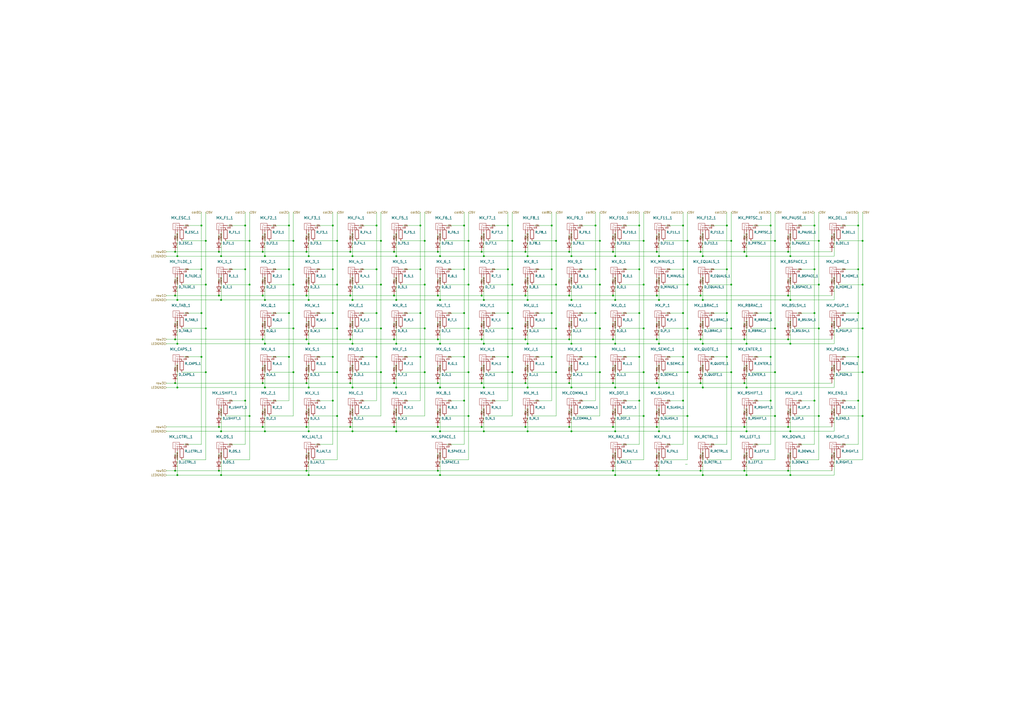
<source format=kicad_sch>
(kicad_sch (version 20211123) (generator eeschema)
  (paper "A2")
  (junction (at 447.04 232.41))
  (junction (at 370.84 207.01))
  (junction (at 500.38 139.7))
  (junction (at 102.87 275.59))
  (junction (at 220.98 139.7))
  (junction (at 228.6 196.85))
  (junction (at 472.44 130.81))
  (junction (at 179.07 199.39))
  (junction (at 229.87 173.99))
  (junction (at 457.2 196.85))
  (junction (at 347.98 165.1))
  (junction (at 330.2 196.85))
  (junction (at 153.67 148.59))
  (junction (at 280.67 148.59))
  (junction (at 497.84 207.01))
  (junction (at 347.98 190.5))
  (junction (at 144.78 241.3))
  (junction (at 331.47 199.39))
  (junction (at 331.47 224.79))
  (junction (at 218.44 156.21))
  (junction (at 458.47 275.59))
  (junction (at 254 273.05))
  (junction (at 101.6 273.05))
  (junction (at 195.58 190.5))
  (junction (at 101.6 171.45))
  (junction (at 177.8 273.05))
  (junction (at 179.07 224.79))
  (junction (at 497.84 181.61))
  (junction (at 195.58 139.7))
  (junction (at 142.24 156.21))
  (junction (at 474.98 139.7))
  (junction (at 204.47 250.19))
  (junction (at 203.2 196.85))
  (junction (at 458.47 148.59))
  (junction (at 381 171.45))
  (junction (at 382.27 224.79))
  (junction (at 382.27 173.99))
  (junction (at 424.18 215.9))
  (junction (at 254 146.05))
  (junction (at 152.4 247.65))
  (junction (at 297.18 190.5))
  (junction (at 406.4 273.05))
  (junction (at 167.64 207.01))
  (junction (at 102.87 224.79))
  (junction (at 279.4 196.85))
  (junction (at 398.78 241.3))
  (junction (at 457.2 247.65))
  (junction (at 269.24 130.81))
  (junction (at 406.4 222.25))
  (junction (at 330.2 146.05))
  (junction (at 330.2 222.25))
  (junction (at 203.2 146.05))
  (junction (at 102.87 199.39))
  (junction (at 431.8 196.85))
  (junction (at 433.07 199.39))
  (junction (at 203.2 222.25))
  (junction (at 102.87 173.99))
  (junction (at 127 247.65))
  (junction (at 204.47 199.39))
  (junction (at 153.67 250.19))
  (junction (at 322.58 190.5))
  (junction (at 116.84 181.61))
  (junction (at 229.87 250.19))
  (junction (at 398.78 190.5))
  (junction (at 177.8 247.65))
  (junction (at 356.87 199.39))
  (junction (at 294.64 181.61))
  (junction (at 269.24 156.21))
  (junction (at 193.04 232.41))
  (junction (at 280.67 199.39))
  (junction (at 243.84 156.21))
  (junction (at 431.8 146.05))
  (junction (at 449.58 139.7))
  (junction (at 195.58 241.3))
  (junction (at 396.24 181.61))
  (junction (at 355.6 247.65))
  (junction (at 472.44 232.41))
  (junction (at 500.38 190.5))
  (junction (at 457.2 273.05))
  (junction (at 345.44 207.01))
  (junction (at 119.38 165.1))
  (junction (at 345.44 181.61))
  (junction (at 407.67 173.99))
  (junction (at 119.38 139.7))
  (junction (at 421.64 130.81))
  (junction (at 449.58 215.9))
  (junction (at 179.07 148.59))
  (junction (at 474.98 241.3))
  (junction (at 474.98 165.1))
  (junction (at 331.47 250.19))
  (junction (at 396.24 232.41))
  (junction (at 220.98 165.1))
  (junction (at 128.27 250.19))
  (junction (at 306.07 250.19))
  (junction (at 396.24 156.21))
  (junction (at 279.4 222.25))
  (junction (at 228.6 222.25))
  (junction (at 297.18 139.7))
  (junction (at 355.6 222.25))
  (junction (at 396.24 207.01))
  (junction (at 447.04 207.01))
  (junction (at 356.87 224.79))
  (junction (at 373.38 241.3))
  (junction (at 458.47 250.19))
  (junction (at 177.8 196.85))
  (junction (at 330.2 171.45))
  (junction (at 294.64 156.21))
  (junction (at 255.27 148.59))
  (junction (at 356.87 148.59))
  (junction (at 101.6 222.25))
  (junction (at 373.38 165.1))
  (junction (at 381 222.25))
  (junction (at 370.84 156.21))
  (junction (at 433.07 275.59))
  (junction (at 228.6 247.65))
  (junction (at 421.64 207.01))
  (junction (at 193.04 207.01))
  (junction (at 304.8 247.65))
  (junction (at 243.84 207.01))
  (junction (at 279.4 146.05))
  (junction (at 347.98 215.9))
  (junction (at 373.38 139.7))
  (junction (at 167.64 130.81))
  (junction (at 170.18 139.7))
  (junction (at 228.6 171.45))
  (junction (at 195.58 215.9))
  (junction (at 421.64 181.61))
  (junction (at 152.4 146.05))
  (junction (at 406.4 146.05))
  (junction (at 355.6 146.05))
  (junction (at 193.04 156.21))
  (junction (at 246.38 139.7))
  (junction (at 246.38 165.1))
  (junction (at 406.4 196.85))
  (junction (at 406.4 171.45))
  (junction (at 280.67 224.79))
  (junction (at 119.38 190.5))
  (junction (at 255.27 199.39))
  (junction (at 370.84 232.41))
  (junction (at 255.27 173.99))
  (junction (at 279.4 247.65))
  (junction (at 320.04 181.61))
  (junction (at 322.58 165.1))
  (junction (at 167.64 156.21))
  (junction (at 116.84 156.21))
  (junction (at 280.67 173.99))
  (junction (at 500.38 165.1))
  (junction (at 304.8 222.25))
  (junction (at 497.84 156.21))
  (junction (at 304.8 146.05))
  (junction (at 306.07 224.79))
  (junction (at 373.38 190.5))
  (junction (at 279.4 171.45))
  (junction (at 127 171.45))
  (junction (at 153.67 173.99))
  (junction (at 193.04 181.61))
  (junction (at 220.98 190.5))
  (junction (at 255.27 250.19))
  (junction (at 102.87 148.59))
  (junction (at 355.6 196.85))
  (junction (at 204.47 148.59))
  (junction (at 398.78 165.1))
  (junction (at 119.38 215.9))
  (junction (at 356.87 250.19))
  (junction (at 269.24 232.41))
  (junction (at 304.8 171.45))
  (junction (at 472.44 181.61))
  (junction (at 320.04 156.21))
  (junction (at 424.18 139.7))
  (junction (at 306.07 148.59))
  (junction (at 382.27 199.39))
  (junction (at 472.44 156.21))
  (junction (at 179.07 275.59))
  (junction (at 331.47 148.59))
  (junction (at 424.18 190.5))
  (junction (at 128.27 148.59))
  (junction (at 254 196.85))
  (junction (at 246.38 190.5))
  (junction (at 101.6 196.85))
  (junction (at 322.58 139.7))
  (junction (at 280.67 250.19))
  (junction (at 254 247.65))
  (junction (at 228.6 146.05))
  (junction (at 297.18 215.9))
  (junction (at 447.04 130.81))
  (junction (at 356.87 275.59))
  (junction (at 345.44 156.21))
  (junction (at 497.84 130.81))
  (junction (at 449.58 241.3))
  (junction (at 116.84 130.81))
  (junction (at 127 146.05))
  (junction (at 458.47 199.39))
  (junction (at 271.78 139.7))
  (junction (at 355.6 171.45))
  (junction (at 193.04 130.81))
  (junction (at 203.2 171.45))
  (junction (at 170.18 165.1))
  (junction (at 294.64 130.81))
  (junction (at 381 196.85))
  (junction (at 243.84 181.61))
  (junction (at 218.44 207.01))
  (junction (at 500.38 241.3))
  (junction (at 170.18 215.9))
  (junction (at 370.84 181.61))
  (junction (at 179.07 173.99))
  (junction (at 195.58 165.1))
  (junction (at 370.84 130.81))
  (junction (at 246.38 215.9))
  (junction (at 101.6 146.05))
  (junction (at 255.27 224.79))
  (junction (at 128.27 173.99))
  (junction (at 271.78 241.3))
  (junction (at 254 171.45))
  (junction (at 153.67 224.79))
  (junction (at 306.07 199.39))
  (junction (at 331.47 173.99))
  (junction (at 229.87 199.39))
  (junction (at 457.2 146.05))
  (junction (at 355.6 273.05))
  (junction (at 458.47 173.99))
  (junction (at 179.07 250.19))
  (junction (at 243.84 130.81))
  (junction (at 116.84 207.01))
  (junction (at 396.24 130.81))
  (junction (at 424.18 165.1))
  (junction (at 271.78 190.5))
  (junction (at 269.24 207.01))
  (junction (at 142.24 130.81))
  (junction (at 152.4 196.85))
  (junction (at 153.67 199.39))
  (junction (at 447.04 181.61))
  (junction (at 330.2 247.65))
  (junction (at 218.44 181.61))
  (junction (at 152.4 171.45))
  (junction (at 449.58 190.5))
  (junction (at 407.67 224.79))
  (junction (at 142.24 232.41))
  (junction (at 381 146.05))
  (junction (at 320.04 130.81))
  (junction (at 474.98 190.5))
  (junction (at 382.27 250.19))
  (junction (at 204.47 224.79))
  (junction (at 407.67 148.59))
  (junction (at 382.27 275.59))
  (junction (at 304.8 196.85))
  (junction (at 255.27 275.59))
  (junction (at 177.8 146.05))
  (junction (at 177.8 222.25))
  (junction (at 229.87 224.79))
  (junction (at 271.78 165.1))
  (junction (at 356.87 173.99))
  (junction (at 144.78 139.7))
  (junction (at 382.27 148.59))
  (junction (at 320.04 207.01))
  (junction (at 433.07 250.19))
  (junction (at 407.67 199.39))
  (junction (at 254 222.25))
  (junction (at 128.27 275.59))
  (junction (at 398.78 139.7))
  (junction (at 347.98 139.7))
  (junction (at 204.47 173.99))
  (junction (at 218.44 130.81))
  (junction (at 127 273.05))
  (junction (at 433.07 224.79))
  (junction (at 373.38 215.9))
  (junction (at 381 247.65))
  (junction (at 269.24 181.61))
  (junction (at 421.64 156.21))
  (junction (at 322.58 215.9))
  (junction (at 345.44 130.81))
  (junction (at 203.2 247.65))
  (junction (at 177.8 171.45))
  (junction (at 152.4 222.25))
  (junction (at 431.8 273.05))
  (junction (at 381 273.05))
  (junction (at 220.98 215.9))
  (junction (at 398.78 215.9))
  (junction (at 431.8 222.25))
  (junction (at 306.07 173.99))
  (junction (at 229.87 148.59))
  (junction (at 500.38 215.9))
  (junction (at 170.18 190.5))
  (junction (at 271.78 215.9))
  (junction (at 431.8 247.65))
  (junction (at 167.64 181.61))
  (junction (at 144.78 165.1))
  (junction (at 457.2 171.45))
  (junction (at 407.67 275.59))
  (junction (at 294.64 207.01))
  (junction (at 497.84 232.41))
  (junction (at 297.18 165.1))
  (junction (at 433.07 148.59))
  (wire (pts (xy 156.21 215.9) (xy 170.18 215.9)))
  (wire (pts (xy 279.4 146.05) (xy 304.8 146.05)))
  (wire (pts (xy 294.64 156.21) (xy 294.64 181.61)))
  (wire (pts (xy 331.47 173.99) (xy 356.87 173.99)))
  (wire (pts (xy 279.4 186.69) (xy 279.4 189.23)))
  (wire (pts (xy 381 135.89) (xy 381 138.43)))
  (wire (pts (xy 424.18 165.1) (xy 424.18 190.5)))
  (wire (pts (xy 204.47 185.42) (xy 204.47 199.39)))
  (wire (pts (xy 228.6 146.05) (xy 254 146.05)))
  (wire (pts (xy 280.67 160.02) (xy 280.67 173.99)))
  (wire (pts (xy 322.58 215.9) (xy 322.58 241.3)))
  (wire (pts (xy 359.41 266.7) (xy 373.38 266.7)))
  (wire (pts (xy 396.24 181.61) (xy 396.24 207.01)))
  (wire (pts (xy 421.64 123.19) (xy 421.64 130.81)))
  (wire (pts (xy 410.21 139.7) (xy 424.18 139.7)))
  (wire (pts (xy 193.04 232.41) (xy 193.04 257.81)))
  (wire (pts (xy 157.48 130.81) (xy 167.64 130.81)))
  (wire (pts (xy 208.28 130.81) (xy 218.44 130.81)))
  (wire (pts (xy 229.87 236.22) (xy 229.87 250.19)))
  (wire (pts (xy 243.84 207.01) (xy 243.84 232.41)))
  (wire (pts (xy 167.64 123.19) (xy 167.64 130.81)))
  (wire (pts (xy 153.67 224.79) (xy 179.07 224.79)))
  (wire (pts (xy 406.4 161.29) (xy 406.4 163.83)))
  (wire (pts (xy 96.52 171.45) (xy 101.6 171.45)))
  (wire (pts (xy 435.61 241.3) (xy 449.58 241.3)))
  (wire (pts (xy 284.48 130.81) (xy 294.64 130.81)))
  (wire (pts (xy 257.81 215.9) (xy 271.78 215.9)))
  (wire (pts (xy 355.6 247.65) (xy 381 247.65)))
  (wire (pts (xy 356.87 160.02) (xy 356.87 173.99)))
  (wire (pts (xy 406.4 135.89) (xy 406.4 138.43)))
  (wire (pts (xy 182.88 207.01) (xy 193.04 207.01)))
  (wire (pts (xy 101.6 222.25) (xy 152.4 222.25)))
  (wire (pts (xy 330.2 146.05) (xy 355.6 146.05)))
  (wire (pts (xy 407.67 185.42) (xy 407.67 199.39)))
  (wire (pts (xy 204.47 224.79) (xy 229.87 224.79)))
  (wire (pts (xy 384.81 215.9) (xy 398.78 215.9)))
  (wire (pts (xy 322.58 123.19) (xy 322.58 139.7)))
  (wire (pts (xy 220.98 123.19) (xy 220.98 139.7)))
  (wire (pts (xy 433.07 210.82) (xy 433.07 224.79)))
  (wire (pts (xy 182.88 232.41) (xy 193.04 232.41)))
  (wire (pts (xy 500.38 190.5) (xy 500.38 215.9)))
  (wire (pts (xy 447.04 207.01) (xy 447.04 232.41)))
  (wire (pts (xy 500.38 139.7) (xy 500.38 165.1)))
  (wire (pts (xy 406.4 146.05) (xy 431.8 146.05)))
  (wire (pts (xy 304.8 135.89) (xy 304.8 138.43)))
  (wire (pts (xy 228.6 212.09) (xy 228.6 214.63)))
  (wire (pts (xy 152.4 212.09) (xy 152.4 214.63)))
  (wire (pts (xy 142.24 123.19) (xy 142.24 130.81)))
  (wire (pts (xy 255.27 210.82) (xy 255.27 224.79)))
  (wire (pts (xy 179.07 261.62) (xy 179.07 275.59)))
  (wire (pts (xy 177.8 273.05) (xy 254 273.05)))
  (wire (pts (xy 142.24 232.41) (xy 142.24 257.81)))
  (wire (pts (xy 483.87 134.62) (xy 483.87 148.59)))
  (wire (pts (xy 382.27 185.42) (xy 382.27 199.39)))
  (wire (pts (xy 182.88 156.21) (xy 193.04 156.21)))
  (wire (pts (xy 229.87 210.82) (xy 229.87 224.79)))
  (wire (pts (xy 347.98 139.7) (xy 347.98 165.1)))
  (wire (pts (xy 331.47 160.02) (xy 331.47 173.99)))
  (wire (pts (xy 203.2 135.89) (xy 203.2 138.43)))
  (wire (pts (xy 280.67 134.62) (xy 280.67 148.59)))
  (wire (pts (xy 308.61 215.9) (xy 322.58 215.9)))
  (wire (pts (xy 257.81 190.5) (xy 271.78 190.5)))
  (wire (pts (xy 482.6 212.09) (xy 482.6 214.63)))
  (wire (pts (xy 182.88 130.81) (xy 193.04 130.81)))
  (wire (pts (xy 308.61 139.7) (xy 322.58 139.7)))
  (wire (pts (xy 347.98 215.9) (xy 347.98 241.3)))
  (wire (pts (xy 435.61 215.9) (xy 449.58 215.9)))
  (wire (pts (xy 304.8 196.85) (xy 330.2 196.85)))
  (wire (pts (xy 345.44 156.21) (xy 335.28 156.21)))
  (wire (pts (xy 334.01 190.5) (xy 347.98 190.5)))
  (wire (pts (xy 179.07 160.02) (xy 179.07 173.99)))
  (wire (pts (xy 259.08 257.81) (xy 269.24 257.81)))
  (wire (pts (xy 431.8 237.49) (xy 431.8 240.03)))
  (wire (pts (xy 486.41 266.7) (xy 500.38 266.7)))
  (wire (pts (xy 297.18 190.5) (xy 297.18 215.9)))
  (wire (pts (xy 322.58 139.7) (xy 322.58 165.1)))
  (wire (pts (xy 359.41 165.1) (xy 373.38 165.1)))
  (wire (pts (xy 280.67 210.82) (xy 280.67 224.79)))
  (wire (pts (xy 435.61 266.7) (xy 449.58 266.7)))
  (wire (pts (xy 396.24 130.81) (xy 396.24 156.21)))
  (wire (pts (xy 331.47 210.82) (xy 331.47 224.79)))
  (wire (pts (xy 152.4 237.49) (xy 152.4 240.03)))
  (wire (pts (xy 255.27 261.62) (xy 255.27 275.59)))
  (wire (pts (xy 433.07 261.62) (xy 433.07 275.59)))
  (wire (pts (xy 472.44 156.21) (xy 472.44 181.61)))
  (wire (pts (xy 472.44 232.41) (xy 472.44 257.81)))
  (wire (pts (xy 283.21 215.9) (xy 297.18 215.9)))
  (wire (pts (xy 279.4 222.25) (xy 304.8 222.25)))
  (wire (pts (xy 320.04 123.19) (xy 320.04 130.81)))
  (wire (pts (xy 182.88 257.81) (xy 193.04 257.81)))
  (wire (pts (xy 220.98 139.7) (xy 220.98 165.1)))
  (wire (pts (xy 255.27 224.79) (xy 280.67 224.79)))
  (wire (pts (xy 96.52 250.19) (xy 128.27 250.19)))
  (wire (pts (xy 356.87 250.19) (xy 382.27 250.19)))
  (wire (pts (xy 152.4 171.45) (xy 177.8 171.45)))
  (wire (pts (xy 271.78 139.7) (xy 271.78 165.1)))
  (wire (pts (xy 370.84 130.81) (xy 370.84 156.21)))
  (wire (pts (xy 306.07 148.59) (xy 280.67 148.59)))
  (wire (pts (xy 294.64 207.01) (xy 294.64 232.41)))
  (wire (pts (xy 382.27 148.59) (xy 356.87 148.59)))
  (wire (pts (xy 96.52 173.99) (xy 102.87 173.99)))
  (wire (pts (xy 386.08 232.41) (xy 396.24 232.41)))
  (wire (pts (xy 153.67 210.82) (xy 153.67 224.79)))
  (wire (pts (xy 101.6 262.89) (xy 101.6 265.43)))
  (wire (pts (xy 396.24 207.01) (xy 396.24 232.41)))
  (wire (pts (xy 280.67 185.42) (xy 280.67 199.39)))
  (wire (pts (xy 232.41 215.9) (xy 246.38 215.9)))
  (wire (pts (xy 406.4 273.05) (xy 431.8 273.05)))
  (wire (pts (xy 359.41 190.5) (xy 373.38 190.5)))
  (wire (pts (xy 153.67 236.22) (xy 153.67 250.19)))
  (wire (pts (xy 229.87 160.02) (xy 229.87 173.99)))
  (wire (pts (xy 195.58 165.1) (xy 195.58 190.5)))
  (wire (pts (xy 497.84 207.01) (xy 497.84 232.41)))
  (wire (pts (xy 193.04 207.01) (xy 193.04 232.41)))
  (wire (pts (xy 486.41 165.1) (xy 500.38 165.1)))
  (wire (pts (xy 497.84 123.19) (xy 497.84 130.81)))
  (wire (pts (xy 457.2 273.05) (xy 482.6 273.05)))
  (wire (pts (xy 106.68 181.61) (xy 116.84 181.61)))
  (wire (pts (xy 449.58 241.3) (xy 449.58 266.7)))
  (wire (pts (xy 177.8 237.49) (xy 177.8 240.03)))
  (wire (pts (xy 130.81 139.7) (xy 144.78 139.7)))
  (wire (pts (xy 220.98 190.5) (xy 220.98 215.9)))
  (wire (pts (xy 246.38 123.19) (xy 246.38 139.7)))
  (wire (pts (xy 381 262.89) (xy 381 265.43)))
  (wire (pts (xy 384.81 241.3) (xy 398.78 241.3)))
  (wire (pts (xy 257.81 139.7) (xy 271.78 139.7)))
  (wire (pts (xy 411.48 156.21) (xy 421.64 156.21)))
  (wire (pts (xy 204.47 199.39) (xy 229.87 199.39)))
  (wire (pts (xy 447.04 123.19) (xy 447.04 130.81)))
  (wire (pts (xy 156.21 139.7) (xy 170.18 139.7)))
  (wire (pts (xy 229.87 134.62) (xy 229.87 148.59)))
  (wire (pts (xy 373.38 215.9) (xy 373.38 241.3)))
  (wire (pts (xy 381 222.25) (xy 406.4 222.25)))
  (wire (pts (xy 218.44 156.21) (xy 218.44 181.61)))
  (wire (pts (xy 195.58 190.5) (xy 195.58 215.9)))
  (wire (pts (xy 232.41 190.5) (xy 246.38 190.5)))
  (wire (pts (xy 335.28 130.81) (xy 345.44 130.81)))
  (wire (pts (xy 347.98 190.5) (xy 347.98 215.9)))
  (wire (pts (xy 382.27 261.62) (xy 382.27 275.59)))
  (wire (pts (xy 218.44 181.61) (xy 218.44 207.01)))
  (wire (pts (xy 474.98 190.5) (xy 474.98 241.3)))
  (wire (pts (xy 116.84 181.61) (xy 116.84 207.01)))
  (wire (pts (xy 462.28 156.21) (xy 472.44 156.21)))
  (wire (pts (xy 458.47 185.42) (xy 458.47 199.39)))
  (wire (pts (xy 127 273.05) (xy 177.8 273.05)))
  (wire (pts (xy 304.8 237.49) (xy 304.8 240.03)))
  (wire (pts (xy 334.01 165.1) (xy 347.98 165.1)))
  (wire (pts (xy 193.04 181.61) (xy 193.04 207.01)))
  (wire (pts (xy 254 273.05) (xy 355.6 273.05)))
  (wire (pts (xy 461.01 165.1) (xy 474.98 165.1)))
  (wire (pts (xy 381 146.05) (xy 406.4 146.05)))
  (wire (pts (xy 330.2 237.49) (xy 330.2 240.03)))
  (wire (pts (xy 106.68 130.81) (xy 116.84 130.81)))
  (wire (pts (xy 461.01 241.3) (xy 474.98 241.3)))
  (wire (pts (xy 128.27 261.62) (xy 128.27 275.59)))
  (wire (pts (xy 193.04 156.21) (xy 193.04 181.61)))
  (wire (pts (xy 297.18 139.7) (xy 297.18 165.1)))
  (wire (pts (xy 116.84 156.21) (xy 116.84 181.61)))
  (wire (pts (xy 119.38 190.5) (xy 119.38 215.9)))
  (wire (pts (xy 229.87 173.99) (xy 255.27 173.99)))
  (wire (pts (xy 308.61 165.1) (xy 322.58 165.1)))
  (wire (pts (xy 179.07 236.22) (xy 179.07 250.19)))
  (wire (pts (xy 472.44 130.81) (xy 472.44 156.21)))
  (wire (pts (xy 232.41 241.3) (xy 246.38 241.3)))
  (wire (pts (xy 170.18 123.19) (xy 170.18 139.7)))
  (wire (pts (xy 259.08 156.21) (xy 269.24 156.21)))
  (wire (pts (xy 474.98 241.3) (xy 474.98 266.7)))
  (wire (pts (xy 308.61 190.5) (xy 322.58 190.5)))
  (wire (pts (xy 356.87 134.62) (xy 356.87 148.59)))
  (wire (pts (xy 218.44 130.81) (xy 218.44 156.21)))
  (wire (pts (xy 345.44 207.01) (xy 345.44 232.41)))
  (wire (pts (xy 382.27 224.79) (xy 407.67 224.79)))
  (wire (pts (xy 254 196.85) (xy 279.4 196.85)))
  (wire (pts (xy 177.8 186.69) (xy 177.8 189.23)))
  (wire (pts (xy 203.2 146.05) (xy 228.6 146.05)))
  (wire (pts (xy 410.21 215.9) (xy 424.18 215.9)))
  (wire (pts (xy 356.87 275.59) (xy 382.27 275.59)))
  (wire (pts (xy 179.07 185.42) (xy 179.07 199.39)))
  (wire (pts (xy 181.61 139.7) (xy 195.58 139.7)))
  (wire (pts (xy 132.08 257.81) (xy 142.24 257.81)))
  (wire (pts (xy 119.38 215.9) (xy 119.38 266.7)))
  (wire (pts (xy 179.07 148.59) (xy 153.67 148.59)))
  (wire (pts (xy 181.61 215.9) (xy 195.58 215.9)))
  (wire (pts (xy 269.24 156.21) (xy 269.24 181.61)))
  (wire (pts (xy 407.67 160.02) (xy 407.67 173.99)))
  (wire (pts (xy 330.2 222.25) (xy 355.6 222.25)))
  (wire (pts (xy 254 222.25) (xy 279.4 222.25)))
  (wire (pts (xy 462.28 181.61) (xy 472.44 181.61)))
  (wire (pts (xy 280.67 199.39) (xy 306.07 199.39)))
  (wire (pts (xy 179.07 173.99) (xy 204.47 173.99)))
  (wire (pts (xy 407.67 210.82) (xy 407.67 224.79)))
  (wire (pts (xy 182.88 181.61) (xy 193.04 181.61)))
  (wire (pts (xy 435.61 190.5) (xy 449.58 190.5)))
  (wire (pts (xy 407.67 261.62) (xy 407.67 275.59)))
  (wire (pts (xy 370.84 181.61) (xy 370.84 207.01)))
  (wire (pts (xy 320.04 130.81) (xy 320.04 156.21)))
  (wire (pts (xy 101.6 196.85) (xy 152.4 196.85)))
  (wire (pts (xy 435.61 139.7) (xy 449.58 139.7)))
  (wire (pts (xy 483.87 261.62) (xy 483.87 275.59)))
  (wire (pts (xy 322.58 165.1) (xy 322.58 190.5)))
  (wire (pts (xy 128.27 250.19) (xy 153.67 250.19)))
  (wire (pts (xy 257.81 266.7) (xy 271.78 266.7)))
  (wire (pts (xy 177.8 161.29) (xy 177.8 163.83)))
  (wire (pts (xy 144.78 139.7) (xy 144.78 165.1)))
  (wire (pts (xy 284.48 207.01) (xy 294.64 207.01)))
  (wire (pts (xy 433.07 199.39) (xy 458.47 199.39)))
  (wire (pts (xy 331.47 250.19) (xy 356.87 250.19)))
  (wire (pts (xy 283.21 190.5) (xy 297.18 190.5)))
  (wire (pts (xy 152.4 146.05) (xy 177.8 146.05)))
  (wire (pts (xy 500.38 241.3) (xy 500.38 266.7)))
  (wire (pts (xy 246.38 139.7) (xy 246.38 165.1)))
  (wire (pts (xy 127 247.65) (xy 152.4 247.65)))
  (wire (pts (xy 105.41 165.1) (xy 119.38 165.1)))
  (wire (pts (xy 179.07 210.82) (xy 179.07 224.79)))
  (wire (pts (xy 203.2 212.09) (xy 203.2 214.63)))
  (wire (pts (xy 177.8 212.09) (xy 177.8 214.63)))
  (wire (pts (xy 279.4 171.45) (xy 304.8 171.45)))
  (wire (pts (xy 229.87 250.19) (xy 255.27 250.19)))
  (wire (pts (xy 360.68 130.81) (xy 370.84 130.81)))
  (wire (pts (xy 269.24 123.19) (xy 269.24 130.81)))
  (wire (pts (xy 233.68 232.41) (xy 243.84 232.41)))
  (wire (pts (xy 356.87 173.99) (xy 382.27 173.99)))
  (wire (pts (xy 410.21 165.1) (xy 424.18 165.1)))
  (wire (pts (xy 424.18 139.7) (xy 424.18 165.1)))
  (wire (pts (xy 229.87 199.39) (xy 255.27 199.39)))
  (wire (pts (xy 254 237.49) (xy 254 240.03)))
  (wire (pts (xy 157.48 181.61) (xy 167.64 181.61)))
  (wire (pts (xy 279.4 237.49) (xy 279.4 240.03)))
  (wire (pts (xy 283.21 165.1) (xy 297.18 165.1)))
  (wire (pts (xy 130.81 165.1) (xy 144.78 165.1)))
  (wire (pts (xy 330.2 212.09) (xy 330.2 214.63)))
  (wire (pts (xy 207.01 190.5) (xy 220.98 190.5)))
  (wire (pts (xy 500.38 215.9) (xy 500.38 241.3)))
  (wire (pts (xy 345.44 130.81) (xy 345.44 156.21)))
  (wire (pts (xy 116.84 130.81) (xy 116.84 156.21)))
  (wire (pts (xy 381 212.09) (xy 381 214.63)))
  (wire (pts (xy 280.67 173.99) (xy 306.07 173.99)))
  (wire (pts (xy 127 171.45) (xy 152.4 171.45)))
  (wire (pts (xy 382.27 134.62) (xy 382.27 148.59)))
  (wire (pts (xy 431.8 273.05) (xy 457.2 273.05)))
  (wire (pts (xy 431.8 247.65) (xy 457.2 247.65)))
  (wire (pts (xy 386.08 207.01) (xy 396.24 207.01)))
  (wire (pts (xy 355.6 171.45) (xy 381 171.45)))
  (wire (pts (xy 330.2 186.69) (xy 330.2 189.23)))
  (wire (pts (xy 431.8 135.89) (xy 431.8 138.43)))
  (wire (pts (xy 304.8 212.09) (xy 304.8 214.63)))
  (wire (pts (xy 207.01 241.3) (xy 220.98 241.3)))
  (wire (pts (xy 128.27 173.99) (xy 153.67 173.99)))
  (wire (pts (xy 500.38 123.19) (xy 500.38 139.7)))
  (wire (pts (xy 356.87 224.79) (xy 382.27 224.79)))
  (wire (pts (xy 208.28 232.41) (xy 218.44 232.41)))
  (wire (pts (xy 128.27 148.59) (xy 102.87 148.59)))
  (wire (pts (xy 384.81 190.5) (xy 398.78 190.5)))
  (wire (pts (xy 246.38 215.9) (xy 246.38 241.3)))
  (wire (pts (xy 447.04 130.81) (xy 447.04 181.61)))
  (wire (pts (xy 255.27 275.59) (xy 356.87 275.59)))
  (wire (pts (xy 127 146.05) (xy 152.4 146.05)))
  (wire (pts (xy 204.47 160.02) (xy 204.47 173.99)))
  (wire (pts (xy 309.88 232.41) (xy 320.04 232.41)))
  (wire (pts (xy 331.47 185.42) (xy 331.47 199.39)))
  (wire (pts (xy 424.18 266.7) (xy 410.21 266.7)))
  (wire (pts (xy 254 171.45) (xy 279.4 171.45)))
  (wire (pts (xy 360.68 181.61) (xy 370.84 181.61)))
  (wire (pts (xy 105.41 266.7) (xy 119.38 266.7)))
  (wire (pts (xy 153.67 173.99) (xy 179.07 173.99)))
  (wire (pts (xy 384.81 165.1) (xy 398.78 165.1)))
  (wire (pts (xy 487.68 156.21) (xy 497.84 156.21)))
  (wire (pts (xy 458.47 199.39) (xy 483.87 199.39)))
  (wire (pts (xy 309.88 130.81) (xy 320.04 130.81)))
  (wire (pts (xy 208.28 181.61) (xy 218.44 181.61)))
  (wire (pts (xy 279.4 135.89) (xy 279.4 138.43)))
  (wire (pts (xy 457.2 247.65) (xy 482.6 247.65)))
  (wire (pts (xy 406.4 262.89) (xy 406.4 265.43)))
  (wire (pts (xy 254 262.89) (xy 254 265.43)))
  (wire (pts (xy 386.08 257.81) (xy 396.24 257.81)))
  (wire (pts (xy 330.2 161.29) (xy 330.2 163.83)))
  (wire (pts (xy 411.48 130.81) (xy 421.64 130.81)))
  (wire (pts (xy 207.01 165.1) (xy 220.98 165.1)))
  (wire (pts (xy 106.68 257.81) (xy 116.84 257.81)))
  (wire (pts (xy 96.52 224.79) (xy 102.87 224.79)))
  (wire (pts (xy 127 237.49) (xy 127 240.03)))
  (wire (pts (xy 271.78 123.19) (xy 271.78 139.7)))
  (wire (pts (xy 284.48 232.41) (xy 294.64 232.41)))
  (wire (pts (xy 218.44 207.01) (xy 218.44 232.41)))
  (wire (pts (xy 101.6 135.89) (xy 101.6 138.43)))
  (wire (pts (xy 373.38 165.1) (xy 373.38 190.5)))
  (wire (pts (xy 96.52 222.25) (xy 101.6 222.25)))
  (wire (pts (xy 347.98 165.1) (xy 347.98 190.5)))
  (wire (pts (xy 458.47 275.59) (xy 483.87 275.59)))
  (wire (pts (xy 153.67 250.19) (xy 179.07 250.19)))
  (wire (pts (xy 330.2 135.89) (xy 330.2 138.43)))
  (wire (pts (xy 116.84 207.01) (xy 116.84 257.81)))
  (wire (pts (xy 153.67 148.59) (xy 128.27 148.59)))
  (wire (pts (xy 398.78 215.9) (xy 398.78 241.3)))
  (wire (pts (xy 472.44 123.19) (xy 472.44 130.81)))
  (wire (pts (xy 233.68 156.21) (xy 243.84 156.21)))
  (wire (pts (xy 486.41 215.9) (xy 500.38 215.9)))
  (wire (pts (xy 280.67 148.59) (xy 255.27 148.59)))
  (wire (pts (xy 101.6 273.05) (xy 127 273.05)))
  (wire (pts (xy 433.07 224.79) (xy 483.87 224.79)))
  (wire (pts (xy 106.68 156.21) (xy 116.84 156.21)))
  (wire (pts (xy 381 273.05) (xy 406.4 273.05)))
  (wire (pts (xy 381 237.49) (xy 381 240.03)))
  (wire (pts (xy 294.64 130.81) (xy 294.64 156.21)))
  (wire (pts (xy 259.08 130.81) (xy 269.24 130.81)))
  (wire (pts (xy 500.38 165.1) (xy 500.38 190.5)))
  (wire (pts (xy 304.8 189.23) (xy 304.8 186.69)))
  (wire (pts (xy 208.28 156.21) (xy 218.44 156.21)))
  (wire (pts (xy 320.04 156.21) (xy 320.04 181.61)))
  (wire (pts (xy 101.6 171.45) (xy 127 171.45)))
  (wire (pts (xy 101.6 212.09) (xy 101.6 214.63)))
  (wire (pts (xy 360.68 156.21) (xy 370.84 156.21)))
  (wire (pts (xy 152.4 196.85) (xy 177.8 196.85)))
  (wire (pts (xy 271.78 241.3) (xy 271.78 266.7)))
  (wire (pts (xy 306.07 199.39) (xy 331.47 199.39)))
  (wire (pts (xy 195.58 241.3) (xy 195.58 266.7)))
  (wire (pts (xy 355.6 135.89) (xy 355.6 138.43)))
  (wire (pts (xy 447.04 232.41) (xy 447.04 257.81)))
  (wire (pts (xy 254 161.29) (xy 254 163.83)))
  (wire (pts (xy 304.8 161.29) (xy 304.8 163.83)))
  (wire (pts (xy 487.68 181.61) (xy 497.84 181.61)))
  (wire (pts (xy 457.2 262.89) (xy 457.2 265.43)))
  (wire (pts (xy 407.67 134.62) (xy 407.67 148.59)))
  (wire (pts (xy 487.68 207.01) (xy 497.84 207.01)))
  (wire (pts (xy 407.67 275.59) (xy 433.07 275.59)))
  (wire (pts (xy 309.88 181.61) (xy 320.04 181.61)))
  (wire (pts (xy 398.78 123.19) (xy 398.78 139.7)))
  (wire (pts (xy 170.18 215.9) (xy 170.18 241.3)))
  (wire (pts (xy 101.6 161.29) (xy 101.6 163.83)))
  (wire (pts (xy 309.88 207.01) (xy 320.04 207.01)))
  (wire (pts (xy 280.67 250.19) (xy 306.07 250.19)))
  (wire (pts (xy 449.58 190.5) (xy 449.58 215.9)))
  (wire (pts (xy 177.8 262.89) (xy 177.8 265.43)))
  (wire (pts (xy 474.98 139.7) (xy 474.98 165.1)))
  (wire (pts (xy 308.61 241.3) (xy 322.58 241.3)))
  (wire (pts (xy 384.81 266.7) (xy 398.78 266.7)))
  (wire (pts (xy 255.27 236.22) (xy 255.27 250.19)))
  (wire (pts (xy 106.68 207.01) (xy 116.84 207.01)))
  (wire (pts (xy 482.6 161.29) (xy 482.6 163.83)))
  (wire (pts (xy 102.87 148.59) (xy 96.52 148.59)))
  (wire (pts (xy 229.87 148.59) (xy 204.47 148.59)))
  (wire (pts (xy 207.01 215.9) (xy 220.98 215.9)))
  (wire (pts (xy 424.18 190.5) (xy 424.18 215.9)))
  (wire (pts (xy 246.38 190.5) (xy 246.38 215.9)))
  (wire (pts (xy 228.6 186.69) (xy 228.6 189.23)))
  (wire (pts (xy 433.07 250.19) (xy 458.47 250.19)))
  (wire (pts (xy 360.68 232.41) (xy 370.84 232.41)))
  (wire (pts (xy 204.47 173.99) (xy 229.87 173.99)))
  (wire (pts (xy 411.48 207.01) (xy 421.64 207.01)))
  (wire (pts (xy 406.4 171.45) (xy 457.2 171.45)))
  (wire (pts (xy 457.2 237.49) (xy 457.2 240.03)))
  (wire (pts (xy 382.27 173.99) (xy 407.67 173.99)))
  (wire (pts (xy 105.41 190.5) (xy 119.38 190.5)))
  (wire (pts (xy 228.6 222.25) (xy 254 222.25)))
  (wire (pts (xy 411.48 257.81) (xy 421.64 257.81)))
  (wire (pts (xy 96.52 199.39) (xy 102.87 199.39)))
  (wire (pts (xy 220.98 215.9) (xy 220.98 241.3)))
  (wire (pts (xy 228.6 247.65) (xy 254 247.65)))
  (wire (pts (xy 102.87 185.42) (xy 102.87 199.39)))
  (wire (pts (xy 457.2 186.69) (xy 457.2 189.23)))
  (wire (pts (xy 382.27 275.59) (xy 407.67 275.59)))
  (wire (pts (xy 482.6 262.89) (xy 482.6 265.43)))
  (wire (pts (xy 462.28 130.81) (xy 472.44 130.81)))
  (wire (pts (xy 153.67 199.39) (xy 179.07 199.39)))
  (wire (pts (xy 304.8 146.05) (xy 330.2 146.05)))
  (wire (pts (xy 482.6 186.69) (xy 482.6 189.23)))
  (wire (pts (xy 431.8 212.09) (xy 431.8 214.63)))
  (wire (pts (xy 486.41 190.5) (xy 500.38 190.5)))
  (wire (pts (xy 304.8 171.45) (xy 330.2 171.45)))
  (wire (pts (xy 461.01 139.7) (xy 474.98 139.7)))
  (wire (pts (xy 127 161.29) (xy 127 163.83)))
  (wire (pts (xy 458.47 250.19) (xy 483.87 250.19)))
  (wire (pts (xy 177.8 222.25) (xy 203.2 222.25)))
  (wire (pts (xy 373.38 123.19) (xy 373.38 139.7)))
  (wire (pts (xy 356.87 236.22) (xy 356.87 250.19)))
  (wire (pts (xy 483.87 148.59) (xy 458.47 148.59)))
  (wire (pts (xy 167.64 181.61) (xy 167.64 207.01)))
  (wire (pts (xy 410.21 190.5) (xy 424.18 190.5)))
  (wire (pts (xy 269.24 207.01) (xy 269.24 232.41)))
  (wire (pts (xy 486.41 139.7) (xy 500.38 139.7)))
  (wire (pts (xy 102.87 199.39) (xy 153.67 199.39)))
  (wire (pts (xy 396.24 232.41) (xy 396.24 257.81)))
  (wire (pts (xy 232.41 139.7) (xy 246.38 139.7)))
  (wire (pts (xy 330.2 171.45) (xy 355.6 171.45)))
  (wire (pts (xy 436.88 130.81) (xy 447.04 130.81)))
  (wire (pts (xy 96.52 146.05) (xy 101.6 146.05)))
  (wire (pts (xy 347.98 123.19) (xy 347.98 139.7)))
  (wire (pts (xy 259.08 181.61) (xy 269.24 181.61)))
  (wire (pts (xy 386.08 156.21) (xy 396.24 156.21)))
  (wire (pts (xy 458.47 261.62) (xy 458.47 275.59)))
  (wire (pts (xy 396.24 156.21) (xy 396.24 181.61)))
  (wire (pts (xy 255.27 199.39) (xy 280.67 199.39)))
  (wire (pts (xy 497.84 181.61) (xy 497.84 207.01)))
  (wire (pts (xy 181.61 266.7) (xy 195.58 266.7)))
  (wire (pts (xy 203.2 247.65) (xy 228.6 247.65)))
  (wire (pts (xy 243.84 123.19) (xy 243.84 130.81)))
  (wire (pts (xy 179.07 134.62) (xy 179.07 148.59)))
  (wire (pts (xy 254 135.89) (xy 254 138.43)))
  (wire (pts (xy 398.78 190.5) (xy 398.78 215.9)))
  (wire (pts (xy 259.08 232.41) (xy 269.24 232.41)))
  (wire (pts (xy 228.6 237.49) (xy 228.6 240.03)))
  (wire (pts (xy 381 247.65) (xy 431.8 247.65)))
  (wire (pts (xy 373.38 139.7) (xy 373.38 165.1)))
  (wire (pts (xy 243.84 181.61) (xy 243.84 207.01)))
  (wire (pts (xy 96.52 247.65) (xy 127 247.65)))
  (wire (pts (xy 271.78 190.5) (xy 271.78 215.9)))
  (wire (pts (xy 233.68 181.61) (xy 243.84 181.61)))
  (wire (pts (xy 257.81 165.1) (xy 271.78 165.1)))
  (wire (pts (xy 331.47 148.59) (xy 306.07 148.59)))
  (wire (pts (xy 306.07 185.42) (xy 306.07 199.39)))
  (wire (pts (xy 356.87 148.59) (xy 331.47 148.59)))
  (wire (pts (xy 355.6 161.29) (xy 355.6 163.83)))
  (wire (pts (xy 271.78 215.9) (xy 271.78 241.3)))
  (wire (pts (xy 407.67 224.79) (xy 433.07 224.79)))
  (wire (pts (xy 229.87 224.79) (xy 255.27 224.79)))
  (wire (pts (xy 195.58 215.9) (xy 195.58 241.3)))
  (wire (pts (xy 280.67 224.79) (xy 306.07 224.79)))
  (wire (pts (xy 474.98 123.19) (xy 474.98 139.7)))
  (wire (pts (xy 246.38 165.1) (xy 246.38 190.5)))
  (wire (pts (xy 280.67 236.22) (xy 280.67 250.19)))
  (wire (pts (xy 152.4 222.25) (xy 177.8 222.25)))
  (wire (pts (xy 102.87 173.99) (xy 128.27 173.99)))
  (wire (pts (xy 356.87 210.82) (xy 356.87 224.79)))
  (wire (pts (xy 157.48 232.41) (xy 167.64 232.41)))
  (wire (pts (xy 398.78 269.24) (xy 397.51 269.24)))
  (wire (pts (xy 233.68 130.81) (xy 243.84 130.81)))
  (wire (pts (xy 254 189.23) (xy 254 186.69)))
  (wire (pts (xy 396.24 123.19) (xy 396.24 130.81)))
  (wire (pts (xy 207.01 139.7) (xy 220.98 139.7)))
  (wire (pts (xy 179.07 250.19) (xy 204.47 250.19)))
  (wire (pts (xy 384.81 139.7) (xy 398.78 139.7)))
  (wire (pts (xy 407.67 173.99) (xy 458.47 173.99)))
  (wire (pts (xy 179.07 199.39) (xy 204.47 199.39)))
  (wire (pts (xy 102.87 261.62) (xy 102.87 275.59)))
  (wire (pts (xy 334.01 215.9) (xy 347.98 215.9)))
  (wire (pts (xy 208.28 207.01) (xy 218.44 207.01)))
  (wire (pts (xy 398.78 165.1) (xy 398.78 190.5)))
  (wire (pts (xy 406.4 212.09) (xy 406.4 214.63)))
  (wire (pts (xy 152.4 135.89) (xy 152.4 138.43)))
  (wire (pts (xy 331.47 134.62) (xy 331.47 148.59)))
  (wire (pts (xy 330.2 196.85) (xy 355.6 196.85)))
  (wire (pts (xy 462.28 257.81) (xy 472.44 257.81)))
  (wire (pts (xy 170.18 139.7) (xy 170.18 165.1)))
  (wire (pts (xy 279.4 196.85) (xy 304.8 196.85)))
  (wire (pts (xy 156.21 190.5) (xy 170.18 190.5)))
  (wire (pts (xy 458.47 173.99) (xy 483.87 173.99)))
  (wire (pts (xy 102.87 160.02) (xy 102.87 173.99)))
  (wire (pts (xy 458.47 148.59) (xy 433.07 148.59)))
  (wire (pts (xy 497.84 156.21) (xy 497.84 181.61)))
  (wire (pts (xy 457.2 146.05) (xy 482.6 146.05)))
  (wire (pts (xy 127 262.89) (xy 127 265.43)))
  (wire (pts (xy 406.4 196.85) (xy 431.8 196.85)))
  (wire (pts (xy 359.41 241.3) (xy 373.38 241.3)))
  (wire (pts (xy 457.2 196.85) (xy 482.6 196.85)))
  (wire (pts (xy 381 171.45) (xy 406.4 171.45)))
  (wire (pts (xy 271.78 165.1) (xy 271.78 190.5)))
  (wire (pts (xy 345.44 181.61) (xy 345.44 207.01)))
  (wire (pts (xy 179.07 224.79) (xy 204.47 224.79)))
  (wire (pts (xy 398.78 139.7) (xy 398.78 165.1)))
  (wire (pts (xy 306.07 210.82) (xy 306.07 224.79)))
  (wire (pts (xy 255.27 250.19) (xy 280.67 250.19)))
  (wire (pts (xy 283.21 139.7) (xy 297.18 139.7)))
  (wire (pts (xy 433.07 275.59) (xy 458.47 275.59)))
  (wire (pts (xy 461.01 190.5) (xy 474.98 190.5)))
  (wire (pts (xy 132.08 232.41) (xy 142.24 232.41)))
  (wire (pts (xy 309.88 156.21) (xy 320.04 156.21)))
  (wire (pts (xy 487.68 232.41) (xy 497.84 232.41)))
  (wire (pts (xy 447.04 181.61) (xy 447.04 207.01)))
  (wire (pts (xy 167.64 130.81) (xy 167.64 156.21)))
  (wire (pts (xy 254 146.05) (xy 279.4 146.05)))
  (wire (pts (xy 335.28 207.01) (xy 345.44 207.01)))
  (wire (pts (xy 279.4 247.65) (xy 304.8 247.65)))
  (wire (pts (xy 370.84 123.19) (xy 370.84 130.81)))
  (wire (pts (xy 306.07 160.02) (xy 306.07 173.99)))
  (wire (pts (xy 128.27 134.62) (xy 128.27 148.59)))
  (wire (pts (xy 243.84 130.81) (xy 243.84 156.21)))
  (wire (pts (xy 255.27 160.02) (xy 255.27 173.99)))
  (wire (pts (xy 433.07 134.62) (xy 433.07 148.59)))
  (wire (pts (xy 269.24 232.41) (xy 269.24 257.81)))
  (wire (pts (xy 360.68 207.01) (xy 370.84 207.01)))
  (wire (pts (xy 458.47 236.22) (xy 458.47 250.19)))
  (wire (pts (xy 119.38 165.1) (xy 119.38 190.5)))
  (wire (pts (xy 370.84 232.41) (xy 370.84 257.81)))
  (wire (pts (xy 144.78 123.19) (xy 144.78 139.7)))
  (wire (pts (xy 228.6 196.85) (xy 254 196.85)))
  (wire (pts (xy 116.84 123.19) (xy 116.84 130.81)))
  (wire (pts (xy 386.08 130.81) (xy 396.24 130.81)))
  (wire (pts (xy 228.6 171.45) (xy 254 171.45)))
  (wire (pts (xy 406.4 186.69) (xy 406.4 189.23)))
  (wire (pts (xy 370.84 207.01) (xy 370.84 232.41)))
  (wire (pts (xy 411.48 181.61) (xy 421.64 181.61)))
  (wire (pts (xy 153.67 185.42) (xy 153.67 199.39)))
  (wire (pts (xy 355.6 237.49) (xy 355.6 240.03)))
  (wire (pts (xy 382.27 250.19) (xy 433.07 250.19)))
  (wire (pts (xy 398.78 241.3) (xy 398.78 266.7)))
  (wire (pts (xy 96.52 273.05) (xy 101.6 273.05)))
  (wire (pts (xy 320.04 181.61) (xy 320.04 207.01)))
  (wire (pts (xy 331.47 199.39) (xy 356.87 199.39)))
  (wire (pts (xy 306.07 250.19) (xy 331.47 250.19)))
  (wire (pts (xy 203.2 237.49) (xy 203.2 240.03)))
  (wire (pts (xy 355.6 222.25) (xy 381 222.25)))
  (wire (pts (xy 334.01 139.7) (xy 347.98 139.7)))
  (wire (pts (xy 233.68 207.01) (xy 243.84 207.01)))
  (wire (pts (xy 449.58 215.9) (xy 449.58 241.3)))
  (wire (pts (xy 144.78 165.1) (xy 144.78 241.3)))
  (wire (pts (xy 229.87 185.42) (xy 229.87 199.39)))
  (wire (pts (xy 304.8 222.25) (xy 330.2 222.25)))
  (wire (pts (xy 170.18 190.5) (xy 170.18 215.9)))
  (wire (pts (xy 306.07 224.79) (xy 331.47 224.79)))
  (wire (pts (xy 177.8 146.05) (xy 203.2 146.05)))
  (wire (pts (xy 119.38 139.7) (xy 119.38 165.1)))
  (wire (pts (xy 204.47 236.22) (xy 204.47 250.19)))
  (wire (pts (xy 458.47 160.02) (xy 458.47 173.99)))
  (wire (pts (xy 128.27 275.59) (xy 179.07 275.59)))
  (wire (pts (xy 294.64 181.61) (xy 294.64 207.01)))
  (wire (pts (xy 360.68 257.81) (xy 370.84 257.81)))
  (wire (pts (xy 130.81 241.3) (xy 144.78 241.3)))
  (wire (pts (xy 132.08 156.21) (xy 142.24 156.21)))
  (wire (pts (xy 177.8 135.89) (xy 177.8 138.43)))
  (wire (pts (xy 497.84 232.41) (xy 497.84 257.81)))
  (wire (pts (xy 433.07 148.59) (xy 407.67 148.59)))
  (wire (pts (xy 462.28 232.41) (xy 472.44 232.41)))
  (wire (pts (xy 269.24 130.81) (xy 269.24 156.21)))
  (wire (pts (xy 105.41 215.9) (xy 119.38 215.9)))
  (wire (pts (xy 96.52 196.85) (xy 101.6 196.85)))
  (wire (pts (xy 179.07 275.59) (xy 255.27 275.59)))
  (wire (pts (xy 269.24 181.61) (xy 269.24 207.01)))
  (wire (pts (xy 254 212.09) (xy 254 214.63)))
  (wire (pts (xy 203.2 186.69) (xy 203.2 189.23)))
  (wire (pts (xy 203.2 171.45) (xy 228.6 171.45)))
  (wire (pts (xy 487.68 130.81) (xy 497.84 130.81)))
  (wire (pts (xy 382.27 236.22) (xy 382.27 250.19)))
  (wire (pts (xy 482.6 135.89) (xy 482.6 138.43)))
  (wire (pts (xy 359.41 139.7) (xy 373.38 139.7)))
  (wire (pts (xy 457.2 171.45) (xy 482.6 171.45)))
  (wire (pts (xy 381 189.23) (xy 381 186.69)))
  (wire (pts (xy 228.6 161.29) (xy 228.6 163.83)))
  (wire (pts (xy 157.48 156.21) (xy 167.64 156.21)))
  (wire (pts (xy 436.88 257.81) (xy 447.04 257.81)))
  (wire (pts (xy 381 196.85) (xy 406.4 196.85)))
  (wire (pts (xy 105.41 139.7) (xy 119.38 139.7)))
  (wire (pts (xy 181.61 165.1) (xy 195.58 165.1)))
  (wire (pts (xy 335.28 181.61) (xy 345.44 181.61)))
  (wire (pts (xy 297.18 215.9) (xy 297.18 241.3)))
  (wire (pts (xy 297.18 165.1) (xy 297.18 190.5)))
  (wire (pts (xy 181.61 241.3) (xy 195.58 241.3)))
  (wire (pts (xy 330.2 247.65) (xy 355.6 247.65)))
  (wire (pts (xy 382.27 199.39) (xy 407.67 199.39)))
  (wire (pts (xy 431.8 222.25) (xy 482.6 222.25)))
  (wire (pts (xy 322.58 190.5) (xy 322.58 215.9)))
  (wire (pts (xy 204.47 148.59) (xy 179.07 148.59)))
  (wire (pts (xy 142.24 156.21) (xy 142.24 232.41)))
  (wire (pts (xy 487.68 257.81) (xy 497.84 257.81)))
  (wire (pts (xy 102.87 224.79) (xy 153.67 224.79)))
  (wire (pts (xy 204.47 250.19) (xy 229.87 250.19)))
  (wire (pts (xy 193.04 130.81) (xy 193.04 156.21)))
  (wire (pts (xy 284.48 181.61) (xy 294.64 181.61)))
  (wire (pts (xy 203.2 222.25) (xy 228.6 222.25)))
  (wire (pts (xy 254 247.65) (xy 279.4 247.65)))
  (wire (pts (xy 421.64 156.21) (xy 421.64 181.61)))
  (wire (pts (xy 373.38 190.5) (xy 373.38 215.9)))
  (wire (pts (xy 156.21 241.3) (xy 170.18 241.3)))
  (wire (pts (xy 144.78 241.3) (xy 144.78 266.7)))
  (wire (pts (xy 483.87 185.42) (xy 483.87 199.39)))
  (wire (pts (xy 195.58 123.19) (xy 195.58 139.7)))
  (wire (pts (xy 204.47 134.62) (xy 204.47 148.59)))
  (wire (pts (xy 119.38 123.19) (xy 119.38 139.7)))
  (wire (pts (xy 461.01 266.7) (xy 474.98 266.7)))
  (wire (pts (xy 421.64 207.01) (xy 421.64 257.81)))
  (wire (pts (xy 406.4 222.25) (xy 431.8 222.25)))
  (wire (pts (xy 177.8 171.45) (xy 203.2 171.45)))
  (wire (pts (xy 128.27 160.02) (xy 128.27 173.99)))
  (wire (pts (xy 228.6 135.89) (xy 228.6 138.43)))
  (wire (pts (xy 306.07 134.62) (xy 306.07 148.59)))
  (wire (pts (xy 355.6 146.05) (xy 381 146.05)))
  (wire (pts (xy 424.18 215.9) (xy 424.18 266.7)))
  (wire (pts (xy 294.64 123.19) (xy 294.64 130.81)))
  (wire (pts (xy 306.07 236.22) (xy 306.07 250.19)))
  (wire (pts (xy 128.27 236.22) (xy 128.27 250.19)))
  (wire (pts (xy 386.08 181.61) (xy 396.24 181.61)))
  (wire (pts (xy 355.6 189.23) (xy 355.6 186.69)))
  (wire (pts (xy 255.27 148.59) (xy 229.87 148.59)))
  (wire (pts (xy 304.8 247.65) (xy 330.2 247.65)))
  (wire (pts (xy 101.6 146.05) (xy 127 146.05)))
  (wire (pts (xy 297.18 123.19) (xy 297.18 139.7)))
  (wire (pts (xy 497.84 130.81) (xy 497.84 156.21)))
  (wire (pts (xy 232.41 165.1) (xy 246.38 165.1)))
  (wire (pts (xy 153.67 160.02) (xy 153.67 173.99)))
  (wire (pts (xy 167.64 156.21) (xy 167.64 181.61)))
  (wire (pts (xy 102.87 134.62) (xy 102.87 148.59)))
  (wire (pts (xy 356.87 199.39) (xy 382.27 199.39)))
  (wire (pts (xy 355.6 262.89) (xy 355.6 265.43)))
  (wire (pts (xy 152.4 247.65) (xy 177.8 247.65)))
  (wire (pts (xy 152.4 161.29) (xy 152.4 163.83)))
  (wire (pts (xy 203.2 161.29) (xy 203.2 163.83)))
  (wire (pts (xy 424.18 123.19) (xy 424.18 139.7)))
  (wire (pts (xy 177.8 196.85) (xy 203.2 196.85)))
  (wire (pts (xy 421.64 181.61) (xy 421.64 207.01)))
  (wire (pts (xy 436.88 232.41) (xy 447.04 232.41)))
  (wire (pts (xy 218.44 123.19) (xy 218.44 130.81)))
  (wire (pts (xy 255.27 185.42) (xy 255.27 199.39)))
  (wire (pts (xy 381 161.29) (xy 381 163.83)))
  (wire (pts (xy 283.21 241.3) (xy 297.18 241.3)))
  (wire (pts (xy 359.41 215.9) (xy 373.38 215.9)))
  (wire (pts (xy 457.2 135.89) (xy 457.2 138.43)))
  (wire (pts (xy 356.87 261.62) (xy 356.87 275.59)))
  (wire (pts (xy 181.61 190.5) (xy 195.58 190.5)))
  (wire (pts (xy 167.64 207.01) (xy 167.64 232.41)))
  (wire (pts (xy 356.87 185.42) (xy 356.87 199.39)))
  (wire (pts (xy 157.48 207.01) (xy 167.64 207.01)))
  (wire (pts (xy 331.47 236.22) (xy 331.47 250.19)))
  (wire (pts (xy 195.58 139.7) (xy 195.58 165.1)))
  (wire (pts (xy 482.6 237.49) (xy 482.6 240.03)))
  (wire (pts (xy 156.21 165.1) (xy 170.18 165.1)))
  (wire (pts (xy 204.47 210.82) (xy 204.47 224.79)))
  (wire (pts (xy 370.84 156.21) (xy 370.84 181.61)))
  (wire (pts (xy 436.88 181.61) (xy 447.04 181.61)))
  (wire (pts (xy 142.24 130.81) (xy 142.24 156.21)))
  (wire (pts (xy 331.47 224.79) (xy 356.87 224.79)))
  (wire (pts (xy 152.4 186.69) (xy 152.4 189.23)))
  (wire (pts (xy 335.28 232.41) (xy 345.44 232.41)))
  (wire (pts (xy 483.87 160.02) (xy 483.87 173.99)))
  (wire (pts (xy 382.27 160.02) (xy 382.27 173.99)))
  (wire (pts (xy 355.6 196.85) (xy 381 196.85)))
  (wire (pts (xy 153.67 134.62) (xy 153.67 148.59)))
  (wire (pts (xy 334.01 241.3) (xy 347.98 241.3)))
  (wire (pts (xy 449.58 139.7) (xy 449.58 190.5)))
  (wire (pts (xy 436.88 207.01) (xy 447.04 207.01)))
  (wire (pts (xy 220.98 165.1) (xy 220.98 190.5)))
  (wire (pts (xy 130.81 266.7) (xy 144.78 266.7)))
  (wire (pts (xy 474.98 165.1) (xy 474.98 190.5)))
  (wire (pts (xy 102.87 275.59) (xy 128.27 275.59)))
  (wire (pts (xy 407.67 148.59) (xy 382.27 148.59)))
  (wire (pts (xy 243.84 156.21) (xy 243.84 181.61)))
  (wire (pts (xy 102.87 210.82) (xy 102.87 224.79)))
  (wire (pts (xy 433.07 185.42) (xy 433.07 199.39)))
  (wire (pts (xy 96.52 275.59) (xy 102.87 275.59)))
  (wire (pts (xy 101.6 186.69) (xy 101.6 189.23)))
  (wire (pts (xy 421.64 130.81) (xy 421.64 156.21)))
  (wire (pts (xy 431.8 196.85) (xy 457.2 196.85)))
  (wire (pts (xy 457.2 161.29) (xy 457.2 163.83)))
  (wire (pts (xy 431.8 146.05) (xy 457.2 146.05)))
  (wire (pts (xy 407.67 199.39) (xy 433.07 199.39)))
  (wire (pts (xy 382.27 210.82) (xy 382.27 224.79)))
  (wire (pts (xy 279.4 161.29) (xy 279.4 163.83)))
  (wire (pts (xy 431.8 189.23) (xy 431.8 186.69)))
  (wire (pts (xy 431.8 262.89) (xy 431.8 265.43)))
  (wire (pts (xy 170.18 165.1) (xy 170.18 190.5)))
  (wire (pts (xy 193.04 123.19) (xy 193.04 130.81)))
  (wire (pts (xy 355.6 273.05) (xy 381 273.05)))
  (wire (pts (xy 345.44 123.19) (xy 345.44 130.81)))
  (wire (pts (xy 320.04 207.01) (xy 320.04 232.41)))
  (wire (pts (xy 279.4 212.09) (xy 279.4 214.63)))
  (wire (pts (xy 255.27 173.99) (xy 280.67 173.99)))
  (wire (pts (xy 472.44 181.61) (xy 472.44 232.41)))
  (wire (pts (xy 483.87 210.82) (xy 483.87 224.79)))
  (wire (pts (xy 257.81 241.3) (xy 271.78 241.3)))
  (wire (pts (xy 449.58 123.19) (xy 449.58 139.7)))
  (wire (pts (xy 486.41 241.3) (xy 500.38 241.3)))
  (wire (pts (xy 373.38 241.3) (xy 373.38 266.7)))
  (wire (pts (xy 203.2 196.85) (xy 228.6 196.85)))
  (wire (pts (xy 355.6 212.09) (xy 355.6 214.63)))
  (wire (pts (xy 306.07 173.99) (xy 331.47 173.99)))
  (wire (pts (xy 132.08 130.81) (xy 142.24 130.81)))
  (wire (pts (xy 259.08 207.01) (xy 269.24 207.01)))
  (wire (pts (xy 284.48 156.21) (xy 294.64 156.21)))
  (wire (pts (xy 483.87 236.22) (xy 483.87 250.19)))
  (wire (pts (xy 127 135.89) (xy 127 138.43)))
  (wire (pts (xy 433.07 236.22) (xy 433.07 250.19)))
  (wire (pts (xy 255.27 134.62) (xy 255.27 148.59)))
  (wire (pts (xy 177.8 247.65) (xy 203.2 247.65)))
  (wire (pts (xy 345.44 156.21) (xy 345.44 181.61)))
  (wire (pts (xy 458.47 134.62) (xy 458.47 148.59)))
  (hierarchical_label "col2" (shape input) (at 167.64 123.19 180))
  (hierarchical_label "5V" (shape input) (at 144.78 123.19 0))
  (hierarchical_label "5V" (shape input) (at 398.78 123.19 0))
  (hierarchical_label "5V" (shape input) (at 119.38 123.19 0))
  (hierarchical_label "col15" (shape input) (at 497.84 123.19 180))
  (hierarchical_label "col13" (shape input) (at 447.04 123.19 180))
  (hierarchical_label "col3" (shape input) (at 193.04 123.19 180))
  (hierarchical_label "LEDGND" (shape input) (at 96.52 250.19 180))
  (hierarchical_label "col1" (shape input) (at 142.24 123.19 180))
  (hierarchical_label "col4" (shape input) (at 218.44 123.19 180))
  (hierarchical_label "5V" (shape input) (at 220.98 123.19 0))
  (hierarchical_label "row5" (shape input) (at 96.52 273.05 180))
  (hierarchical_label "5V" (shape input) (at 474.98 123.19 0))
  (hierarchical_label "col14" (shape input) (at 472.44 123.19 180))
  (hierarchical_label "5V" (shape input) (at 195.58 123.19 0))
  (hierarchical_label "LEDGND" (shape input) (at 96.52 199.39 180))
  (hierarchical_label "5V" (shape input) (at 322.58 123.19 0))
  (hierarchical_label "col7" (shape input) (at 294.64 123.19 180))
  (hierarchical_label "LEDGND" (shape input) (at 96.52 173.99 180))
  (hierarchical_label "5V" (shape input) (at 347.98 123.19 0))
  (hierarchical_label "row2" (shape input) (at 96.52 196.85 180))
  (hierarchical_label "5V" (shape input) (at 500.38 123.19 0))
  (hierarchical_label "LEDGND" (shape input) (at 96.52 224.79 180))
  (hierarchical_label "row3" (shape input) (at 96.52 222.25 180))
  (hierarchical_label "LEDGND" (shape input) (at 96.52 275.59 180))
  (hierarchical_label "5V" (shape input) (at 246.38 123.19 0))
  (hierarchical_label "col10" (shape input) (at 370.84 123.19 180))
  (hierarchical_label "col6" (shape input) (at 269.24 123.19 180))
  (hierarchical_label "col5" (shape input) (at 243.84 123.19 180))
  (hierarchical_label "5V" (shape input) (at 297.18 123.19 0))
  (hierarchical_label "col0" (shape input) (at 116.84 123.19 180))
  (hierarchical_label "row4" (shape input) (at 96.52 247.65 180))
  (hierarchical_label "5V" (shape input) (at 271.78 123.19 0))
  (hierarchical_label "col9" (shape input) (at 345.44 123.19 180))
  (hierarchical_label "col12" (shape input) (at 421.64 123.19 180))
  (hierarchical_label "5V" (shape input) (at 424.18 123.19 0))
  (hierarchical_label "row1" (shape input) (at 96.52 171.45 180))
  (hierarchical_label "col8" (shape input) (at 320.04 123.19 180))
  (hierarchical_label "5V" (shape input) (at 449.58 123.19 0))
  (hierarchical_label "row0" (shape input) (at 96.52 146.05 180))
  (hierarchical_label "5V" (shape input) (at 170.18 123.19 0))
  (hierarchical_label "col11" (shape input) (at 396.24 123.19 180))
  (hierarchical_label "5V" (shape input) (at 373.38 123.19 0))
  (hierarchical_label "LEDGND" (shape input) (at 96.52 148.59 180))
  (symbol (lib_id "00Key-rescue:MX-LED-keys") (at 102.87 132.08 0) (unit 1)
    (property "Reference" "MX_ESC_1" (at 104.9528 126.3904 0) (effects (font (size 1.524 1.524))))
  )
  (symbol (lib_id "Device:D") (at 101.6 142.24 90) (unit 1)
    (property "Reference" "D_ESC_1" (at 103.632 141.0716 90) (effects (justify right)))
  )
  (symbol (lib_id "Device:D") (at 127 142.24 90) (unit 1)
    (property "Reference" "D_F1_1" (at 129.032 141.0716 90) (effects (justify right)))
  )
  (symbol (lib_id "Device:D") (at 152.4 142.24 90) (unit 1)
    (property "Reference" "D_F2_1" (at 154.432 141.0716 90) (effects (justify right)))
  )
  (symbol (lib_id "Device:D") (at 177.8 142.24 90) (unit 1)
    (property "Reference" "D_F3_1" (at 179.832 141.0716 90) (effects (justify right)))
  )
  (symbol (lib_id "Device:D") (at 203.2 142.24 90) (unit 1)
    (property "Reference" "D_F4_1" (at 205.232 141.0716 90) (effects (justify right)))
  )
  (symbol (lib_id "Device:D") (at 228.6 142.24 90) (unit 1)
    (property "Reference" "D_F5_1" (at 230.632 141.0716 90) (effects (justify right)))
  )
  (symbol (lib_id "Device:D") (at 254 142.24 90) (unit 1)
    (property "Reference" "D_F6_1" (at 256.032 141.0716 90) (effects (justify right)))
  )
  (symbol (lib_id "Device:D") (at 279.4 142.24 90) (unit 1)
    (property "Reference" "D_F7_1" (at 281.432 141.0716 90) (effects (justify right)))
  )
  (symbol (lib_id "Device:D") (at 304.8 142.24 90) (unit 1)
    (property "Reference" "D_F8_1" (at 306.832 141.0716 90) (effects (justify right)))
  )
  (symbol (lib_id "Device:D") (at 330.2 142.24 90) (unit 1)
    (property "Reference" "D_F9_1" (at 332.232 141.0716 90) (effects (justify right)))
  )
  (symbol (lib_id "Device:D") (at 355.6 142.24 90) (unit 1)
    (property "Reference" "D_F10_1" (at 357.632 141.0716 90) (effects (justify right)))
  )
  (symbol (lib_id "Device:D") (at 381 142.24 90) (unit 1)
    (property "Reference" "D_F11_1" (at 383.032 141.0716 90) (effects (justify right)))
  )
  (symbol (lib_id "Device:D") (at 406.4 142.24 90) (unit 1)
    (property "Reference" "D_F12_1" (at 408.432 141.0716 90) (effects (justify right)))
  )
  (symbol (lib_id "Device:D") (at 431.8 142.24 90) (unit 1)
    (property "Reference" "D_PRTSC_1" (at 433.832 141.0716 90) (effects (justify right)))
  )
  (symbol (lib_id "Device:D") (at 457.2 142.24 90) (unit 1)
    (property "Reference" "D_PAUSE_1" (at 459.232 141.0716 90) (effects (justify right)))
  )
  (symbol (lib_id "Device:D") (at 482.6 142.24 90) (unit 1)
    (property "Reference" "D_DEL_1" (at 484.632 141.0716 90) (effects (justify right)))
  )
  (symbol (lib_id "Device:D") (at 101.6 167.64 90) (unit 1)
    (property "Reference" "D_TILDE_1" (at 103.632 166.4716 90) (effects (justify right)))
  )
  (symbol (lib_id "Device:D") (at 127 167.64 90) (unit 1)
    (property "Reference" "D_1_1" (at 129.032 166.4716 90) (effects (justify right)))
  )
  (symbol (lib_id "Device:D") (at 152.4 167.64 90) (unit 1)
    (property "Reference" "D_2_1" (at 154.432 166.4716 90) (effects (justify right)))
  )
  (symbol (lib_id "Device:D") (at 177.8 167.64 90) (unit 1)
    (property "Reference" "D_3_1" (at 179.832 166.4716 90) (effects (justify right)))
  )
  (symbol (lib_id "Device:D") (at 203.2 167.64 90) (unit 1)
    (property "Reference" "D_4_1" (at 205.232 166.4716 90) (effects (justify right)))
  )
  (symbol (lib_id "Device:D") (at 228.6 167.64 90) (unit 1)
    (property "Reference" "D_5_1" (at 230.632 166.4716 90) (effects (justify right)))
  )
  (symbol (lib_id "Device:D") (at 254 167.64 90) (unit 1)
    (property "Reference" "D_6_1" (at 256.032 166.4716 90) (effects (justify right)))
  )
  (symbol (lib_id "Device:D") (at 279.4 167.64 90) (unit 1)
    (property "Reference" "D_7_1" (at 281.432 166.4716 90) (effects (justify right)))
  )
  (symbol (lib_id "Device:D") (at 304.8 167.64 90) (unit 1)
    (property "Reference" "D_8_1" (at 306.832 166.4716 90) (effects (justify right)))
  )
  (symbol (lib_id "Device:D") (at 330.2 167.64 90) (unit 1)
    (property "Reference" "D_9_1" (at 332.232 166.4716 90) (effects (justify right)))
  )
  (symbol (lib_id "Device:D") (at 355.6 167.64 90) (unit 1)
    (property "Reference" "D_0_1" (at 357.632 166.4716 90) (effects (justify right)))
  )
  (symbol (lib_id "Device:D") (at 381 167.64 90) (unit 1)
    (property "Reference" "D_MINUS_1" (at 383.032 166.4716 90) (effects (justify right)))
  )
  (symbol (lib_id "Device:D") (at 406.4 167.64 90) (unit 1)
    (property "Reference" "D_EQUALS_1" (at 408.432 166.4716 90) (effects (justify right)))
  )
  (symbol (lib_id "Device:D") (at 457.2 167.64 90) (unit 1)
    (property "Reference" "D_BSPACE_1" (at 459.232 166.4716 90) (effects (justify right)))
  )
  (symbol (lib_id "Device:D") (at 482.6 167.64 90) (unit 1)
    (property "Reference" "D_HOME_1" (at 484.632 166.4716 90) (effects (justify right)))
  )
  (symbol (lib_id "Device:D") (at 101.6 193.04 90) (unit 1)
    (property "Reference" "D_TAB_1" (at 103.632 191.8716 90) (effects (justify right)))
  )
  (symbol (lib_id "Device:D") (at 152.4 193.04 90) (unit 1)
    (property "Reference" "D_Q_1" (at 154.432 191.8716 90) (effects (justify right)))
  )
  (symbol (lib_id "Device:D") (at 177.8 193.04 90) (unit 1)
    (property "Reference" "D_W_1" (at 179.832 191.8716 90) (effects (justify right)))
  )
  (symbol (lib_id "Device:D") (at 203.2 193.04 90) (unit 1)
    (property "Reference" "D_E_1" (at 205.232 191.8716 90) (effects (justify right)))
  )
  (symbol (lib_id "Device:D") (at 228.6 193.04 90) (unit 1)
    (property "Reference" "D_R_1" (at 230.632 191.8716 90) (effects (justify right)))
  )
  (symbol (lib_id "Device:D") (at 254 193.04 90) (unit 1)
    (property "Reference" "D_T_1" (at 256.032 191.8716 90) (effects (justify right)))
  )
  (symbol (lib_id "Device:D") (at 279.4 193.04 90) (unit 1)
    (property "Reference" "D_Y_1" (at 281.432 191.8716 90) (effects (justify right)))
  )
  (symbol (lib_id "Device:D") (at 304.8 193.04 90) (unit 1)
    (property "Reference" "D_U_1" (at 306.832 191.8716 90) (effects (justify right)))
  )
  (symbol (lib_id "Device:D") (at 330.2 193.04 90) (unit 1)
    (property "Reference" "D_I_1" (at 332.232 191.8716 90) (effects (justify right)))
  )
  (symbol (lib_id "Device:D") (at 355.6 193.04 90) (unit 1)
    (property "Reference" "D_O_1" (at 357.632 191.8716 90) (effects (justify right)))
  )
  (symbol (lib_id "Device:D") (at 381 193.04 90) (unit 1)
    (property "Reference" "D_P_1" (at 383.032 191.8716 90) (effects (justify right)))
  )
  (symbol (lib_id "Device:D") (at 406.4 193.04 90) (unit 1)
    (property "Reference" "D_LBRAC_1" (at 408.432 191.8716 90) (effects (justify right)))
  )
  (symbol (lib_id "Device:D") (at 431.8 193.04 90) (unit 1)
    (property "Reference" "D_RBRAC_1" (at 433.832 191.8716 90) (effects (justify right)))
  )
  (symbol (lib_id "Device:D") (at 457.2 193.04 90) (unit 1)
    (property "Reference" "D_BSLSH_1" (at 459.232 191.8716 90) (effects (justify right)))
  )
  (symbol (lib_id "Device:D") (at 482.6 193.04 90) (unit 1)
    (property "Reference" "D_PGUP_1" (at 484.632 191.8716 90) (effects (justify right)))
  )
  (symbol (lib_id "Device:D") (at 101.6 218.44 90) (unit 1)
    (property "Reference" "D_CAPS_1" (at 103.632 217.2716 90) (effects (justify right)))
  )
  (symbol (lib_id "Device:D") (at 152.4 218.44 90) (unit 1)
    (property "Reference" "D_A_1" (at 154.432 217.2716 90) (effects (justify right)))
  )
  (symbol (lib_id "Device:D") (at 177.8 218.44 90) (unit 1)
    (property "Reference" "D_S_1" (at 179.832 217.2716 90) (effects (justify right)))
  )
  (symbol (lib_id "Device:D") (at 203.2 218.44 90) (unit 1)
    (property "Reference" "D_D_1" (at 205.232 217.2716 90) (effects (justify right)))
  )
  (symbol (lib_id "Device:D") (at 228.6 218.44 90) (unit 1)
    (property "Reference" "D_F_1" (at 230.632 217.2716 90) (effects (justify right)))
  )
  (symbol (lib_id "Device:D") (at 254 218.44 90) (unit 1)
    (property "Reference" "D_G_1" (at 256.032 217.2716 90) (effects (justify right)))
  )
  (symbol (lib_id "Device:D") (at 279.4 218.44 90) (unit 1)
    (property "Reference" "D_H_1" (at 281.432 217.2716 90) (effects (justify right)))
  )
  (symbol (lib_id "Device:D") (at 304.8 218.44 90) (unit 1)
    (property "Reference" "D_J_1" (at 306.832 217.2716 90) (effects (justify right)))
  )
  (symbol (lib_id "Device:D") (at 330.2 218.44 90) (unit 1)
    (property "Reference" "D_K_1" (at 332.232 217.2716 90) (effects (justify right)))
  )
  (symbol (lib_id "Device:D") (at 355.6 218.44 90) (unit 1)
    (property "Reference" "D_L_1" (at 357.632 217.2716 90) (effects (justify right)))
  )
  (symbol (lib_id "Device:D") (at 381 218.44 90) (unit 1)
    (property "Reference" "D_SEMIC_1" (at 383.032 217.2716 90) (effects (justify right)))
  )
  (symbol (lib_id "Device:D") (at 406.4 218.44 90) (unit 1)
    (property "Reference" "D_QUOTE_1" (at 408.432 217.2716 90) (effects (justify right)))
  )
  (symbol (lib_id "Device:D") (at 431.8 218.44 90) (unit 1)
    (property "Reference" "D_ENTER_1" (at 433.832 217.2716 90) (effects (justify right)))
  )
  (symbol (lib_id "Device:D") (at 482.6 218.44 90) (unit 1)
    (property "Reference" "D_PGDN_1" (at 484.632 217.2716 90) (effects (justify right)))
  )
  (symbol (lib_id "Device:D") (at 127 243.84 90) (unit 1)
    (property "Reference" "D_LSHIFT_1" (at 129.032 242.6716 90) (effects (justify right)))
  )
  (symbol (lib_id "Device:D") (at 152.4 243.84 90) (unit 1)
    (property "Reference" "D_Z_1" (at 154.432 242.6716 90) (effects (justify right)))
  )
  (symbol (lib_id "Device:D") (at 177.8 243.84 90) (unit 1)
    (property "Reference" "D_X_1" (at 179.832 242.6716 90) (effects (justify right)))
  )
  (symbol (lib_id "Device:D") (at 203.2 243.84 90) (unit 1)
    (property "Reference" "D_C_1" (at 205.232 242.6716 90) (effects (justify right)))
  )
  (symbol (lib_id "Device:D") (at 228.6 243.84 90) (unit 1)
    (property "Reference" "D_V_1" (at 230.632 242.6716 90) (effects (justify right)))
  )
  (symbol (lib_id "Device:D") (at 254 243.84 90) (unit 1)
    (property "Reference" "D_B_1" (at 256.032 242.6716 90) (effects (justify right)))
  )
  (symbol (lib_id "Device:D") (at 279.4 243.84 90) (unit 1)
    (property "Reference" "D_N_1" (at 281.432 242.6716 90) (effects (justify right)))
  )
  (symbol (lib_id "Device:D") (at 304.8 243.84 90) (unit 1)
    (property "Reference" "D_M_1" (at 306.832 242.6716 90) (effects (justify right)))
  )
  (symbol (lib_id "Device:D") (at 330.2 243.84 90) (unit 1)
    (property "Reference" "D_COMMA_1" (at 332.232 242.6716 90) (effects (justify right)))
  )
  (symbol (lib_id "Device:D") (at 355.6 243.84 90) (unit 1)
    (property "Reference" "D_DOT_1" (at 357.632 242.6716 90) (effects (justify right)))
  )
  (symbol (lib_id "Device:D") (at 381 243.84 90) (unit 1)
    (property "Reference" "D_SLASH_1" (at 383.032 242.6716 90) (effects (justify right)))
  )
  (symbol (lib_id "Device:D") (at 431.8 243.84 90) (unit 1)
    (property "Reference" "D_RSHIFT_1" (at 433.832 242.6716 90) (effects (justify right)))
  )
  (symbol (lib_id "Device:D") (at 457.2 243.84 90) (unit 1)
    (property "Reference" "D_UP_1" (at 459.232 242.6716 90) (effects (justify right)))
  )
  (symbol (lib_id "Device:D") (at 482.6 243.84 90) (unit 1)
    (property "Reference" "D_END_1" (at 484.632 242.6716 90) (effects (justify right)))
  )
  (symbol (lib_id "Device:D") (at 101.6 269.24 90) (unit 1)
    (property "Reference" "D_LCTRL_1" (at 103.632 268.0716 90) (effects (justify right)))
  )
  (symbol (lib_id "Device:D") (at 127 269.24 90) (unit 1)
    (property "Reference" "D_OS_1" (at 129.032 268.0716 90) (effects (justify right)))
  )
  (symbol (lib_id "Device:D") (at 177.8 269.24 90) (unit 1)
    (property "Reference" "D_LALT_1" (at 179.832 268.0716 90) (effects (justify right)))
  )
  (symbol (lib_id "Device:D") (at 254 269.24 90) (unit 1)
    (property "Reference" "D_SPACE_1" (at 256.032 268.0716 90) (effects (justify right)))
  )
  (symbol (lib_id "Device:D") (at 355.6 269.24 90) (unit 1)
    (property "Reference" "D_RALT_1" (at 357.632 268.0716 90) (effects (justify right)))
  )
  (symbol (lib_id "Device:D") (at 381 269.24 90) (unit 1)
    (property "Reference" "D_FN_1" (at 383.032 268.0716 90) (effects (justify right)))
  )
  (symbol (lib_id "Device:D") (at 406.4 269.24 90) (unit 1)
    (property "Reference" "D_RCTRL_1" (at 408.432 268.0716 90) (effects (justify right)))
  )
  (symbol (lib_id "Device:D") (at 431.8 269.24 90) (unit 1)
    (property "Reference" "D_LEFT_1" (at 433.832 268.0716 90) (effects (justify right)))
  )
  (symbol (lib_id "Device:D") (at 457.2 269.24 90) (unit 1)
    (property "Reference" "D_DOWN_1" (at 459.232 268.0716 90) (effects (justify right)))
  )
  (symbol (lib_id "Device:D") (at 482.6 269.24 90) (unit 1)
    (property "Reference" "D_RIGHT_1" (at 484.632 268.0716 90) (effects (justify right)))
  )
  (symbol (lib_id "00Key-rescue:MX-LED-keys") (at 128.27 132.08 0) (unit 1)
    (property "Reference" "MX_F1_1" (at 130.3528 126.3904 0) (effects (font (size 1.524 1.524))))
  )
  (symbol (lib_id "00Key-rescue:MX-LED-keys") (at 153.67 132.08 0) (unit 1)
    (property "Reference" "MX_F2_1" (at 155.7528 126.3904 0) (effects (font (size 1.524 1.524))))
  )
  (symbol (lib_id "00Key-rescue:MX-LED-keys") (at 179.07 132.08 0) (unit 1)
    (property "Reference" "MX_F3_1" (at 181.1528 126.3904 0) (effects (font (size 1.524 1.524))))
  )
  (symbol (lib_id "00Key-rescue:MX-LED-keys") (at 204.47 132.08 0) (unit 1)
    (property "Reference" "MX_F4_1" (at 206.5528 126.3904 0) (effects (font (size 1.524 1.524))))
  )
  (symbol (lib_id "00Key-rescue:MX-LED-keys") (at 229.87 132.08 0) (unit 1)
    (property "Reference" "MX_F5_1" (at 231.9528 126.3904 0) (effects (font (size 1.524 1.524))))
  )
  (symbol (lib_id "00Key-rescue:MX-LED-keys") (at 255.27 132.08 0) (unit 1)
    (property "Reference" "MX_F6_1" (at 257.3528 126.3904 0) (effects (font (size 1.524 1.524))))
  )
  (symbol (lib_id "00Key-rescue:MX-LED-keys") (at 280.67 132.08 0) (unit 1)
    (property "Reference" "MX_F7_1" (at 282.7528 126.3904 0) (effects (font (size 1.524 1.524))))
  )
  (symbol (lib_id "00Key-rescue:MX-LED-keys") (at 306.07 132.08 0) (unit 1)
    (property "Reference" "MX_F8_1" (at 308.1528 126.3904 0) (effects (font (size 1.524 1.524))))
  )
  (symbol (lib_id "00Key-rescue:MX-LED-keys") (at 331.47 132.08 0) (unit 1)
    (property "Reference" "MX_F9_1" (at 333.5528 126.3904 0) (effects (font (size 1.524 1.524))))
  )
  (symbol (lib_id "00Key-rescue:MX-LED-keys") (at 356.87 132.08 0) (unit 1)
    (property "Reference" "MX_F10_1" (at 358.9528 126.3904 0) (effects (font (size 1.524 1.524))))
  )
  (symbol (lib_id "00Key-rescue:MX-LED-keys") (at 382.27 132.08 0) (unit 1)
    (property "Reference" "MX_F11_1" (at 384.3528 126.3904 0) (effects (font (size 1.524 1.524))))
  )
  (symbol (lib_id "00Key-rescue:MX-LED-keys") (at 407.67 132.08 0) (unit 1)
    (property "Reference" "MX_F12_1" (at 409.7528 126.3904 0) (effects (font (size 1.524 1.524))))
  )
  (symbol (lib_id "00Key-rescue:MX-LED-keys") (at 433.07 132.08 0) (unit 1)
    (property "Reference" "MX_PRTSC_1" (at 435.1528 126.3904 0) (effects (font (size 1.524 1.524))))
  )
  (symbol (lib_id "00Key-rescue:MX-LED-keys") (at 458.47 132.08 0) (unit 1)
    (property "Reference" "MX_PAUSE_1" (at 460.5528 126.3904 0) (effects (font (size 1.524 1.524))))
  )
  (symbol (lib_id "00Key-rescue:MX-LED-keys") (at 483.87 132.08 0) (unit 1)
    (property "Reference" "MX_DEL_1" (at 485.9528 126.3904 0) (effects (font (size 1.524 1.524))))
  )
  (symbol (lib_id "00Key-rescue:MX-LED-keys") (at 102.87 157.48 0) (unit 1)
    (property "Reference" "MX_TILDE_1" (at 104.9528 151.7904 0) (effects (font (size 1.524 1.524))))
  )
  (symbol (lib_id "00Key-rescue:MX-LED-keys") (at 128.27 157.48 0) (unit 1)
    (property "Reference" "MX_1_1" (at 130.3528 151.7904 0) (effects (font (size 1.524 1.524))))
  )
  (symbol (lib_id "00Key-rescue:MX-LED-keys") (at 153.67 157.48 0) (unit 1)
    (property "Reference" "MX_2_1" (at 155.7528 151.7904 0) (effects (font (size 1.524 1.524))))
  )
  (symbol (lib_id "00Key-rescue:MX-LED-keys") (at 179.07 157.48 0) (unit 1)
    (property "Reference" "MX_3_1" (at 181.1528 151.7904 0) (effects (font (size 1.524 1.524))))
  )
  (symbol (lib_id "00Key-rescue:MX-LED-keys") (at 204.47 157.48 0) (unit 1)
    (property "Reference" "MX_4_1" (at 206.5528 151.7904 0) (effects (font (size 1.524 1.524))))
  )
  (symbol (lib_id "00Key-rescue:MX-LED-keys") (at 229.87 157.48 0) (unit 1)
    (property "Reference" "MX_5_1" (at 231.9528 151.7904 0) (effects (font (size 1.524 1.524))))
  )
  (symbol (lib_id "00Key-rescue:MX-LED-keys") (at 255.27 157.48 0) (unit 1)
    (property "Reference" "MX_6_1" (at 257.3528 151.7904 0) (effects (font (size 1.524 1.524))))
  )
  (symbol (lib_id "00Key-rescue:MX-LED-keys") (at 280.67 157.48 0) (unit 1)
    (property "Reference" "MX_7_1" (at 282.7528 151.7904 0) (effects (font (size 1.524 1.524))))
  )
  (symbol (lib_id "00Key-rescue:MX-LED-keys") (at 306.07 157.48 0) (unit 1)
    (property "Reference" "MX_8_1" (at 308.1528 151.7904 0) (effects (font (size 1.524 1.524))))
  )
  (symbol (lib_id "00Key-rescue:MX-LED-keys") (at 331.47 157.48 0) (unit 1)
    (property "Reference" "MX_9_1" (at 333.5528 151.7904 0) (effects (font (size 1.524 1.524))))
  )
  (symbol (lib_id "00Key-rescue:MX-LED-keys") (at 356.87 157.48 0) (unit 1)
    (property "Reference" "MX_0_1" (at 358.9528 151.7904 0) (effects (font (size 1.524 1.524))))
  )
  (symbol (lib_id "00Key-rescue:MX-LED-keys") (at 382.27 157.48 0) (unit 1)
    (property "Reference" "MX_MINUS_1" (at 384.3528 151.7904 0) (effects (font (size 1.524 1.524))))
  )
  (symbol (lib_id "00Key-rescue:MX-LED-keys") (at 407.67 157.48 0) (unit 1)
    (property "Reference" "MX_EQUALS_1" (at 409.7528 151.7904 0) (effects (font (size 1.524 1.524))))
  )
  (symbol (lib_id "00Key-rescue:MX-LED-keys") (at 458.47 157.48 0) (unit 1)
    (property "Reference" "MX_BSPACE_1" (at 460.5528 151.7904 0) (effects (font (size 1.524 1.524))))
  )
  (symbol (lib_id "00Key-rescue:MX-LED-keys") (at 483.87 157.48 0) (unit 1)
    (property "Reference" "MX_HOME_1" (at 485.9528 151.7904 0) (effects (font (size 1.524 1.524))))
  )
  (symbol (lib_id "00Key-rescue:MX-LED-keys") (at 102.87 182.88 0) (unit 1)
    (property "Reference" "MX_TAB_1" (at 104.9528 177.1904 0) (effects (font (size 1.524 1.524))))
  )
  (symbol (lib_id "00Key-rescue:MX-LED-keys") (at 153.67 182.88 0) (unit 1)
    (property "Reference" "MX_Q_1" (at 155.7528 177.1904 0) (effects (font (size 1.524 1.524))))
  )
  (symbol (lib_id "00Key-rescue:MX-LED-keys") (at 179.07 182.88 0) (unit 1)
    (property "Reference" "MX_W_1" (at 181.1528 177.1904 0) (effects (font (size 1.524 1.524))))
  )
  (symbol (lib_id "00Key-rescue:MX-LED-keys") (at 204.47 182.88 0) (unit 1)
    (property "Reference" "MX_E_1" (at 206.5528 177.1904 0) (effects (font (size 1.524 1.524))))
  )
  (symbol (lib_id "00Key-rescue:MX-LED-keys") (at 229.87 182.88 0) (unit 1)
    (property "Reference" "MX_R_1" (at 231.9528 177.1904 0) (effects (font (size 1.524 1.524))))
  )
  (symbol (lib_id "00Key-rescue:MX-LED-keys") (at 255.27 182.88 0) (unit 1)
    (property "Reference" "MX_T_1" (at 257.3528 177.1904 0) (effects (font (size 1.524 1.524))))
  )
  (symbol (lib_id "00Key-rescue:MX-LED-keys") (at 280.67 182.88 0) (unit 1)
    (property "Reference" "MX_Y_1" (at 282.7528 177.1904 0) (effects (font (size 1.524 1.524))))
  )
  (symbol (lib_id "00Key-rescue:MX-LED-keys") (at 306.07 182.88 0) (unit 1)
    (property "Reference" "MX_U_1" (at 308.1528 177.1904 0) (effects (font (size 1.524 1.524))))
  )
  (symbol (lib_id "00Key-rescue:MX-LED-keys") (at 331.47 182.88 0) (unit 1)
    (property "Reference" "MX_I_1" (at 333.5528 177.1904 0) (effects (font (size 1.524 1.524))))
  )
  (symbol (lib_id "00Key-rescue:MX-LED-keys") (at 356.87 182.88 0) (unit 1)
    (property "Reference" "MX_O_1" (at 358.9528 177.1904 0) (effects (font (size 1.524 1.524))))
  )
  (symbol (lib_id "00Key-rescue:MX-LED-keys") (at 382.27 182.88 0) (unit 1)
    (property "Reference" "MX_P_1" (at 384.3528 177.1904 0) (effects (font (size 1.524 1.524))))
  )
  (symbol (lib_id "00Key-rescue:MX-LED-keys") (at 407.67 182.88 0) (unit 1)
    (property "Reference" "MX_LBRAC_1" (at 409.7528 177.1904 0) (effects (font (size 1.524 1.524))))
  )
  (symbol (lib_id "00Key-rescue:MX-LED-keys") (at 433.07 182.88 0) (unit 1)
    (property "Reference" "MX_RBRAC_1" (at 435.1528 177.1904 0) (effects (font (size 1.524 1.524))))
  )
  (symbol (lib_id "00Key-rescue:MX-LED-keys") (at 458.47 182.88 0) (unit 1)
    (property "Reference" "MX_BSLSH_1" (at 460.5528 177.1904 0) (effects (font (size 1.524 1.524))))
  )
  (symbol (lib_id "00Key-rescue:MX-LED-keys") (at 483.87 182.88 0) (unit 1)
    (property "Reference" "MX_PGUP_1" (at 485.9528 177.1904 0) (effects (font (size 1.524 1.524))))
  )
  (symbol (lib_id "00Key-rescue:MX-LED-keys") (at 102.87 208.28 0) (unit 1)
    (property "Reference" "MX_CAPS_1" (at 104.9528 202.5904 0) (effects (font (size 1.524 1.524))))
  )
  (symbol (lib_id "00Key-rescue:MX-LED-keys") (at 153.67 208.28 0) (unit 1)
    (property "Reference" "MX_A_1" (at 155.7528 202.5904 0) (effects (font (size 1.524 1.524))))
  )
  (symbol (lib_id "00Key-rescue:MX-LED-keys") (at 179.07 208.28 0) (unit 1)
    (property "Reference" "MX_S_1" (at 181.1528 202.5904 0) (effects (font (size 1.524 1.524))))
  )
  (symbol (lib_id "00Key-rescue:MX-LED-keys") (at 204.47 208.28 0) (unit 1)
    (property "Reference" "MX_D_1" (at 206.5528 202.5904 0) (effects (font (size 1.524 1.524))))
  )
  (symbol (lib_id "00Key-rescue:MX-LED-keys") (at 229.87 208.28 0) (unit 1)
    (property "Reference" "MX_F_1" (at 231.9528 202.5904 0) (effects (font (size 1.524 1.524))))
  )
  (symbol (lib_id "00Key-rescue:MX-LED-keys") (at 255.27 208.28 0) (unit 1)
    (property "Reference" "MX_G_1" (at 257.3528 202.5904 0) (effects (font (size 1.524 1.524))))
  )
  (symbol (lib_id "00Key-rescue:MX-LED-keys") (at 280.67 208.28 0) (unit 1)
    (property "Reference" "MX_H_1" (at 282.7528 202.5904 0) (effects (font (size 1.524 1.524))))
  )
  (symbol (lib_id "00Key-rescue:MX-LED-keys") (at 306.07 208.28 0) (unit 1)
    (property "Reference" "MX_J_1" (at 308.1528 202.5904 0) (effects (font (size 1.524 1.524))))
  )
  (symbol (lib_id "00Key-rescue:MX-LED-keys") (at 331.47 208.28 0) (unit 1)
    (property "Reference" "MX_K_1" (at 333.5528 202.5904 0) (effects (font (size 1.524 1.524))))
  )
  (symbol (lib_id "00Key-rescue:MX-LED-keys") (at 356.87 208.28 0) (unit 1)
    (property "Reference" "MX_L_1" (at 358.9528 202.5904 0) (effects (font (size 1.524 1.524))))
  )
  (symbol (lib_id "00Key-rescue:MX-LED-keys") (at 382.27 208.28 0) (unit 1)
    (property "Reference" "MX_SEMIC_1" (at 384.3528 202.5904 0) (effects (font (size 1.524 1.524))))
  )
  (symbol (lib_id "00Key-rescue:MX-LED-keys") (at 407.67 208.28 0) (unit 1)
    (property "Reference" "MX_QUOTE_1" (at 409.7528 202.5904 0) (effects (font (size 1.524 1.524))))
  )
  (symbol (lib_id "00Key-rescue:MX-LED-keys") (at 433.07 208.28 0) (unit 1)
    (property "Reference" "MX_ENTER_1" (at 435.1528 202.5904 0) (effects (font (size 1.524 1.524))))
  )
  (symbol (lib_id "00Key-rescue:MX-LED-keys") (at 483.87 208.28 0) (unit 1)
    (property "Reference" "MX_PGDN_1" (at 485.9528 202.5904 0) (effects (font (size 1.524 1.524))))
  )
  (symbol (lib_id "00Key-rescue:MX-LED-keys") (at 128.27 233.68 0) (unit 1)
    (property "Reference" "MX_LSHIFT_1" (at 130.3528 227.9904 0) (effects (font (size 1.524 1.524))))
  )
  (symbol (lib_id "00Key-rescue:MX-LED-keys") (at 153.67 233.68 0) (unit 1)
    (property "Reference" "MX_Z_1" (at 155.7528 227.9904 0) (effects (font (size 1.524 1.524))))
  )
  (symbol (lib_id "00Key-rescue:MX-LED-keys") (at 179.07 233.68 0) (unit 1)
    (property "Reference" "MX_X_1" (at 181.1528 227.9904 0) (effects (font (size 1.524 1.524))))
  )
  (symbol (lib_id "00Key-rescue:MX-LED-keys") (at 204.47 233.68 0) (unit 1)
    (property "Reference" "MX_C_1" (at 206.5528 227.9904 0) (effects (font (size 1.524 1.524))))
  )
  (symbol (lib_id "00Key-rescue:MX-LED-keys") (at 229.87 233.68 0) (unit 1)
    (property "Reference" "MX_V_1" (at 231.9528 227.9904 0) (effects (font (size 1.524 1.524))))
  )
  (symbol (lib_id "00Key-rescue:MX-LED-keys") (at 255.27 233.68 0) (unit 1)
    (property "Reference" "MX_B_1" (at 257.3528 227.9904 0) (effects (font (size 1.524 1.524))))
  )
  (symbol (lib_id "00Key-rescue:MX-LED-keys") (at 280.67 233.68 0) (unit 1)
    (property "Reference" "MX_N_1" (at 282.7528 227.9904 0) (effects (font (size 1.524 1.524))))
  )
  (symbol (lib_id "00Key-rescue:MX-LED-keys") (at 306.07 233.68 0) (unit 1)
    (property "Reference" "MX_M_1" (at 308.1528 227.9904 0) (effects (font (size 1.524 1.524))))
  )
  (symbol (lib_id "00Key-rescue:MX-LED-keys") (at 331.47 233.68 0) (unit 1)
    (property "Reference" "MX_COMMA_1" (at 333.5528 227.9904 0) (effects (font (size 1.524 1.524))))
  )
  (symbol (lib_id "00Key-rescue:MX-LED-keys") (at 356.87 233.68 0) (unit 1)
    (property "Reference" "MX_DOT_1" (at 358.9528 227.9904 0) (effects (font (size 1.524 1.524))))
  )
  (symbol (lib_id "00Key-rescue:MX-LED-keys") (at 382.27 233.68 0) (unit 1)
    (property "Reference" "MX_SLASH_1" (at 384.3528 227.9904 0) (effects (font (size 1.524 1.524))))
  )
  (symbol (lib_id "00Key-rescue:MX-LED-keys") (at 433.07 233.68 0) (unit 1)
    (property "Reference" "MX_RSHIFT_1" (at 435.1528 227.9904 0) (effects (font (size 1.524 1.524))))
  )
  (symbol (lib_id "00Key-rescue:MX-LED-keys") (at 458.47 233.68 0) (unit 1)
    (property "Reference" "MX_UP_1" (at 460.5528 227.9904 0) (effects (font (size 1.524 1.524))))
  )
  (symbol (lib_id "00Key-rescue:MX-LED-keys") (at 483.87 233.68 0) (unit 1)
    (property "Reference" "MX_END_1" (at 485.9528 227.9904 0) (effects (font (size 1.524 1.524))))
  )
  (symbol (lib_id "00Key-rescue:MX-LED-keys") (at 102.87 259.08 0) (unit 1)
    (property "Reference" "MX_LCTRL_1" (at 104.9528 253.3904 0) (effects (font (size 1.524 1.524))))
  )
  (symbol (lib_id "00Key-rescue:MX-LED-keys") (at 128.27 259.08 0) (unit 1)
    (property "Reference" "MX_OS_1" (at 130.3528 253.3904 0) (effects (font (size 1.524 1.524))))
  )
  (symbol (lib_id "00Key-rescue:MX-LED-keys") (at 179.07 259.08 0) (unit 1)
    (property "Reference" "MX_LALT_1" (at 181.1528 253.3904 0) (effects (font (size 1.524 1.524))))
  )
  (symbol (lib_id "00Key-rescue:MX-LED-keys") (at 255.27 259.08 0) (unit 1)
    (property "Reference" "MX_SPACE_1" (at 257.3528 253.3904 0) (effects (font (size 1.524 1.524))))
  )
  (symbol (lib_id "00Key-rescue:MX-LED-keys") (at 356.87 259.08 0) (unit 1)
    (property "Reference" "MX_RALT_1" (at 358.9528 253.3904 0) (effects (font (size 1.524 1.524))))
  )
  (symbol (lib_id "00Key-rescue:MX-LED-keys") (at 382.27 259.08 0) (unit 1)
    (property "Reference" "MX_FN_1" (at 384.3528 253.3904 0) (effects (font (size 1.524 1.524))))
  )
  (symbol (lib_id "00Key-rescue:MX-LED-keys") (at 407.67 259.08 0) (unit 1)
    (property "Reference" "MX_RCTRL_1" (at 409.7528 253.3904 0) (effects (font (size 1.524 1.524))))
  )
  (symbol (lib_id "00Key-rescue:MX-LED-keys") (at 433.07 259.08 0) (unit 1)
    (property "Reference" "MX_LEFT_1" (at 435.1528 253.3904 0) (effects (font (size 1.524 1.524))))
  )
  (symbol (lib_id "00Key-rescue:MX-LED-keys") (at 458.47 259.08 0) (unit 1)
    (property "Reference" "MX_DOWN_1" (at 460.5528 253.3904 0) (effects (font (size 1.524 1.524))))
  )
  (symbol (lib_id "00Key-rescue:MX-LED-keys") (at 483.87 259.08 0) (unit 1)
    (property "Reference" "MX_RIGHT_1" (at 485.9528 253.3904 0) (effects (font (size 1.524 1.524))))
  )
  (symbol (lib_id "Device:R") (at 105.41 262.89 0) (unit 1)
    (property "Reference" "R_LCTRL_1" (at 107.188 261.7216 0) (effects (justify left)))
  )
  (symbol (lib_id "Device:R") (at 105.41 186.69 0) (unit 1)
    (property "Reference" "R_TAB_1" (at 107.188 185.5216 0) (effects (justify left)))
  )
  (symbol (lib_id "Device:R") (at 105.41 161.29 0) (unit 1)
    (property "Reference" "R_TILDE_1" (at 107.188 160.1216 0) (effects (justify left)))
  )
  (symbol (lib_id "Device:R") (at 105.41 135.89 0) (unit 1)
    (property "Reference" "R_ESC_1" (at 107.188 134.7216 0) (effects (justify left)))
  )
  (symbol (lib_id "Device:R") (at 105.41 212.09 0) (unit 1)
    (property "Reference" "R_CAPS_1" (at 107.188 210.9216 0) (effects (justify left)))
  )
  (symbol (lib_id "Device:R") (at 130.81 135.89 0) (unit 1)
    (property "Reference" "R_F1_1" (at 132.588 134.7216 0) (effects (justify left)))
  )
  (symbol (lib_id "Device:R") (at 156.21 135.89 0) (unit 1)
    (property "Reference" "R_F2_1" (at 157.988 134.7216 0) (effects (justify left)))
  )
  (symbol (lib_id "Device:R") (at 181.61 135.89 0) (unit 1)
    (property "Reference" "R_F3_1" (at 183.388 134.7216 0) (effects (justify left)))
  )
  (symbol (lib_id "Device:R") (at 207.01 135.89 0) (unit 1)
    (property "Reference" "R_F4_1" (at 208.788 134.7216 0) (effects (justify left)))
  )
  (symbol (lib_id "Device:R") (at 232.41 135.89 0) (unit 1)
    (property "Reference" "R_F5_1" (at 234.188 134.7216 0) (effects (justify left)))
  )
  (symbol (lib_id "Device:R") (at 257.81 135.89 0) (unit 1)
    (property "Reference" "R_F6_1" (at 259.588 134.7216 0) (effects (justify left)))
  )
  (symbol (lib_id "Device:R") (at 283.21 135.89 0) (unit 1)
    (property "Reference" "R_F7_1" (at 284.988 134.7216 0) (effects (justify left)))
  )
  (symbol (lib_id "Device:R") (at 308.61 135.89 0) (unit 1)
    (property "Reference" "R_F8_1" (at 310.388 134.7216 0) (effects (justify left)))
  )
  (symbol (lib_id "Device:R") (at 334.01 135.89 0) (unit 1)
    (property "Reference" "R_F9_1" (at 335.788 134.7216 0) (effects (justify left)))
  )
  (symbol (lib_id "Device:R") (at 359.41 135.89 0) (unit 1)
    (property "Reference" "R_F10_1" (at 361.188 134.7216 0) (effects (justify left)))
  )
  (symbol (lib_id "Device:R") (at 384.81 135.89 0) (unit 1)
    (property "Reference" "R_F11_1" (at 386.588 134.7216 0) (effects (justify left)))
  )
  (symbol (lib_id "Device:R") (at 410.21 135.89 0) (unit 1)
    (property "Reference" "R_F12_1" (at 411.988 134.7216 0) (effects (justify left)))
  )
  (symbol (lib_id "Device:R") (at 435.61 135.89 0) (unit 1)
    (property "Reference" "R_PRTSC_1" (at 437.388 134.7216 0) (effects (justify left)))
  )
  (symbol (lib_id "Device:R") (at 461.01 135.89 0) (unit 1)
    (property "Reference" "R_PAUSE_1" (at 462.788 134.7216 0) (effects (justify left)))
  )
  (symbol (lib_id "Device:R") (at 486.41 135.89 0) (unit 1)
    (property "Reference" "R_DEL_1" (at 488.188 134.7216 0) (effects (justify left)))
  )
  (symbol (lib_id "Device:R") (at 130.81 161.29 0) (unit 1)
    (property "Reference" "R_1_1" (at 132.588 160.1216 0) (effects (justify left)))
  )
  (symbol (lib_id "Device:R") (at 156.21 161.29 0) (unit 1)
    (property "Reference" "R_2_1" (at 157.988 160.1216 0) (effects (justify left)))
  )
  (symbol (lib_id "Device:R") (at 181.61 161.29 0) (unit 1)
    (property "Reference" "R_3_1" (at 183.388 160.1216 0) (effects (justify left)))
  )
  (symbol (lib_id "Device:R") (at 207.01 161.29 0) (unit 1)
    (property "Reference" "R_4_1" (at 208.788 160.1216 0) (effects (justify left)))
  )
  (symbol (lib_id "Device:R") (at 232.41 161.29 0) (unit 1)
    (property "Reference" "R_5_1" (at 234.188 160.1216 0) (effects (justify left)))
  )
  (symbol (lib_id "Device:R") (at 257.81 161.29 0) (unit 1)
    (property "Reference" "R_6_1" (at 259.588 160.1216 0) (effects (justify left)))
  )
  (symbol (lib_id "Device:R") (at 283.21 161.29 0) (unit 1)
    (property "Reference" "R_7_1" (at 284.988 160.1216 0) (effects (justify left)))
  )
  (symbol (lib_id "Device:R") (at 308.61 161.29 0) (unit 1)
    (property "Reference" "R_8_1" (at 310.388 160.1216 0) (effects (justify left)))
  )
  (symbol (lib_id "Device:R") (at 334.01 161.29 0) (unit 1)
    (property "Reference" "R_9_1" (at 335.788 160.1216 0) (effects (justify left)))
  )
  (symbol (lib_id "Device:R") (at 359.41 161.29 0) (unit 1)
    (property "Reference" "R_0_1" (at 361.188 160.1216 0) (effects (justify left)))
  )
  (symbol (lib_id "Device:R") (at 384.81 161.29 0) (unit 1)
    (property "Reference" "R_MINUS_1" (at 386.588 160.1216 0) (effects (justify left)))
  )
  (symbol (lib_id "Device:R") (at 410.21 161.29 0) (unit 1)
    (property "Reference" "R_EQUALS_1" (at 411.988 160.1216 0) (effects (justify left)))
  )
  (symbol (lib_id "Device:R") (at 461.01 161.29 0) (unit 1)
    (property "Reference" "R_BSPACE_1" (at 462.788 160.1216 0) (effects (justify left)))
  )
  (symbol (lib_id "Device:R") (at 486.41 161.29 0) (unit 1)
    (property "Reference" "R_HOME_1" (at 488.188 160.1216 0) (effects (justify left)))
  )
  (symbol (lib_id "Device:R") (at 156.21 186.69 0) (unit 1)
    (property "Reference" "R_Q_1" (at 157.988 185.5216 0) (effects (justify left)))
  )
  (symbol (lib_id "Device:R") (at 181.61 186.69 0) (unit 1)
    (property "Reference" "R_W_1" (at 183.388 185.5216 0) (effects (justify left)))
  )
  (symbol (lib_id "Device:R") (at 207.01 186.69 0) (unit 1)
    (property "Reference" "R_E_1" (at 208.788 185.5216 0) (effects (justify left)))
  )
  (symbol (lib_id "Device:R") (at 232.41 186.69 0) (unit 1)
    (property "Reference" "R_R_1" (at 234.188 185.5216 0) (effects (justify left)))
  )
  (symbol (lib_id "Device:R") (at 257.81 186.69 0) (unit 1)
    (property "Reference" "R_T_1" (at 259.588 185.5216 0) (effects (justify left)))
  )
  (symbol (lib_id "Device:R") (at 283.21 186.69 0) (unit 1)
    (property "Reference" "R_Y_1" (at 284.988 185.5216 0) (effects (justify left)))
  )
  (symbol (lib_id "Device:R") (at 308.61 186.69 0) (unit 1)
    (property "Reference" "R_U_1" (at 310.388 185.5216 0) (effects (justify left)))
  )
  (symbol (lib_id "Device:R") (at 334.01 186.69 0) (unit 1)
    (property "Reference" "R_I_1" (at 335.788 185.5216 0) (effects (justify left)))
  )
  (symbol (lib_id "Device:R") (at 359.41 186.69 0) (unit 1)
    (property "Reference" "R_O_1" (at 361.188 185.5216 0) (effects (justify left)))
  )
  (symbol (lib_id "Device:R") (at 384.81 186.69 0) (unit 1)
    (property "Reference" "R_P_1" (at 386.588 185.5216 0) (effects (justify left)))
  )
  (symbol (lib_id "Device:R") (at 410.21 186.69 0) (unit 1)
    (property "Reference" "R_LBRAC_1" (at 411.988 185.5216 0) (effects (justify left)))
  )
  (symbol (lib_id "Device:R") (at 435.61 186.69 0) (unit 1)
    (property "Reference" "R_RBRAC_1" (at 437.388 185.5216 0) (effects (justify left)))
  )
  (symbol (lib_id "Device:R") (at 461.01 186.69 0) (unit 1)
    (property "Reference" "R_BSLSH_1" (at 462.788 185.5216 0) (effects (justify left)))
  )
  (symbol (lib_id "Device:R") (at 486.41 186.69 0) (unit 1)
    (property "Reference" "R_PGUP_1" (at 488.188 185.5216 0) (effects (justify left)))
  )
  (symbol (lib_id "Device:R") (at 156.21 212.09 0) (unit 1)
    (property "Reference" "R_A_1" (at 157.988 210.9216 0) (effects (justify left)))
  )
  (symbol (lib_id "Device:R") (at 181.61 212.09 0) (unit 1)
    (property "Reference" "R_S_1" (at 183.388 210.9216 0) (effects (justify left)))
  )
  (symbol (lib_id "Device:R") (at 207.01 212.09 0) (unit 1)
    (property "Reference" "R_D_1" (at 208.788 210.9216 0) (effects (justify left)))
  )
  (symbol (lib_id "Device:R") (at 232.41 212.09 0) (unit 1)
    (property "Reference" "R_F_1" (at 234.188 210.9216 0) (effects (justify left)))
  )
  (symbol (lib_id "Device:R") (at 257.81 212.09 0) (unit 1)
    (property "Reference" "R_G_1" (at 259.588 210.9216 0) (effects (justify left)))
  )
  (symbol (lib_id "Device:R") (at 283.21 212.09 0) (unit 1)
    (property "Reference" "R_H_1" (at 284.988 210.9216 0) (effects (justify left)))
  )
  (symbol (lib_id "Device:R") (at 308.61 212.09 0) (unit 1)
    (property "Reference" "R_J_1" (at 310.388 210.9216 0) (effects (justify left)))
  )
  (symbol (lib_id "Device:R") (at 334.01 212.09 0) (unit 1)
    (property "Reference" "R_K_1" (at 335.788 210.9216 0) (effects (justify left)))
  )
  (symbol (lib_id "Device:R") (at 359.41 212.09 0) (unit 1)
    (property "Reference" "R_L_1" (at 361.188 210.9216 0) (effects (justify left)))
  )
  (symbol (lib_id "Device:R") (at 384.81 212.09 0) (unit 1)
    (property "Reference" "R_SEMIC_1" (at 386.588 210.9216 0) (effects (justify left)))
  )
  (symbol (lib_id "Device:R") (at 410.21 212.09 0) (unit 1)
    (property "Reference" "R_QUOTE_1" (at 411.988 210.9216 0) (effects (justify left)))
  )
  (symbol (lib_id "Device:R") (at 435.61 212.09 0) (unit 1)
    (property "Reference" "R_ENTER_1" (at 437.388 210.9216 0) (effects (justify left)))
  )
  (symbol (lib_id "Device:R") (at 486.41 212.09 0) (unit 1)
    (property "Reference" "R_PGDN_1" (at 488.188 210.9216 0) (effects (justify left)))
  )
  (symbol (lib_id "Device:R") (at 130.81 237.49 0) (unit 1)
    (property "Reference" "R_LSHIFT_1" (at 132.588 236.3216 0) (effects (justify left)))
  )
  (symbol (lib_id "Device:R") (at 156.21 237.49 0) (unit 1)
    (property "Reference" "R_Z_1" (at 157.988 236.3216 0) (effects (justify left)))
  )
  (symbol (lib_id "Device:R") (at 181.61 237.49 0) (unit 1)
    (property "Reference" "R_X_1" (at 183.388 236.3216 0) (effects (justify left)))
  )
  (symbol (lib_id "Device:R") (at 207.01 237.49 0) (unit 1)
    (property "Reference" "R_C_1" (at 208.788 236.3216 0) (effects (justify left)))
  )
  (symbol (lib_id "Device:R") (at 232.41 237.49 0) (unit 1)
    (property "Reference" "R_V_1" (at 234.188 236.3216 0) (effects (justify left)))
  )
  (symbol (lib_id "Device:R") (at 257.81 237.49 0) (unit 1)
    (property "Reference" "R_B_1" (at 259.588 236.3216 0) (effects (justify left)))
  )
  (symbol (lib_id "Device:R") (at 283.21 237.49 0) (unit 1)
    (property "Reference" "R_N_1" (at 284.988 236.3216 0) (effects (justify left)))
  )
  (symbol (lib_id "Device:R") (at 308.61 237.49 0) (unit 1)
    (property "Reference" "R_M_1" (at 310.388 236.3216 0) (effects (justify left)))
  )
  (symbol (lib_id "Device:R") (at 334.01 237.49 0) (unit 1)
    (property "Reference" "R_COMMA_1" (at 335.788 236.3216 0) (effects (justify left)))
  )
  (symbol (lib_id "Device:R") (at 359.41 237.49 0) (unit 1)
    (property "Reference" "R_DOT_1" (at 361.188 236.3216 0) (effects (justify left)))
  )
  (symbol (lib_id "Device:R") (at 384.81 237.49 0) (unit 1)
    (property "Reference" "R_SLASH_1" (at 386.588 236.3216 0) (effects (justify left)))
  )
  (symbol (lib_id "Device:R") (at 435.61 237.49 0) (unit 1)
    (property "Reference" "R_RSHIFT_1" (at 437.388 236.3216 0) (effects (justify left)))
  )
  (symbol (lib_id "Device:R") (at 461.01 237.49 0) (unit 1)
    (property "Reference" "R_UP_1" (at 462.788 236.3216 0) (effects (justify left)))
  )
  (symbol (lib_id "Device:R") (at 486.41 237.49 0) (unit 1)
    (property "Reference" "R_END_1" (at 488.188 236.3216 0) (effects (justify left)))
  )
  (symbol (lib_id "Device:R") (at 130.81 262.89 0) (unit 1)
    (property "Reference" "R_OS_1" (at 132.588 261.7216 0) (effects (justify left)))
  )
  (symbol (lib_id "Device:R") (at 181.61 262.89 0) (unit 1)
    (property "Reference" "R_LALT_1" (at 183.388 261.7216 0) (effects (justify left)))
  )
  (symbol (lib_id "Device:R") (at 257.81 262.89 0) (unit 1)
    (property "Reference" "R_SPACE_1" (at 259.588 261.7216 0) (effects (justify left)))
  )
  (symbol (lib_id "Device:R") (at 359.41 262.89 0) (unit 1)
    (property "Reference" "R_RALT_1" (at 361.188 261.7216 0) (effects (justify left)))
  )
  (symbol (lib_id "Device:R") (at 384.81 262.89 0) (unit 1)
    (property "Reference" "R_FN_1" (at 386.588 261.7216 0) (effects (justify left)))
  )
  (symbol (lib_id "Device:R") (at 410.21 262.89 0) (unit 1)
    (property "Reference" "R_RCTRL_1" (at 411.988 261.7216 0) (effects (justify left)))
  )
  (symbol (lib_id "Device:R") (at 435.61 262.89 0) (unit 1)
    (property "Reference" "R_LEFT_1" (at 437.388 261.7216 0) (effects (justify left)))
  )
  (symbol (lib_id "Device:R") (at 461.01 262.89 0) (unit 1)
    (property "Reference" "R_DOWN_1" (at 462.788 261.7216 0) (effects (justify left)))
  )
  (symbol (lib_id "Device:R") (at 486.41 262.89 0) (unit 1)
    (property "Reference" "R_RIGHT_1" (at 488.188 261.7216 0) (effects (justify left)))
  )
)
</source>
